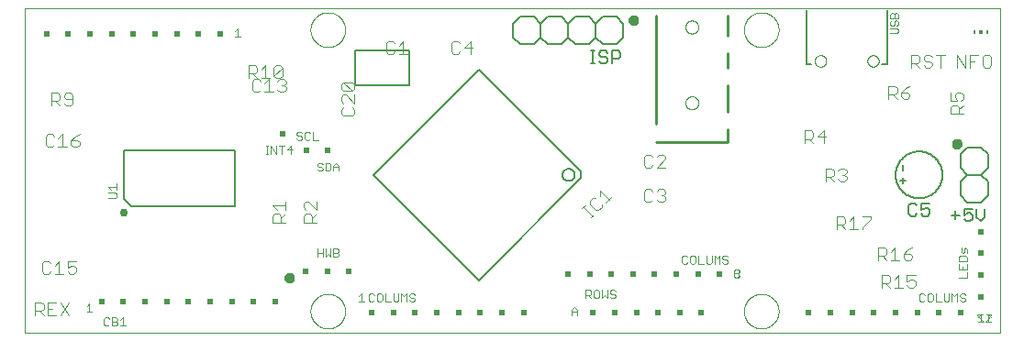
<source format=gto>
G75*
%MOIN*%
%OFA0B0*%
%FSLAX25Y25*%
%IPPOS*%
%LPD*%
%AMOC8*
5,1,8,0,0,1.08239X$1,22.5*
%
%ADD10C,0.00000*%
%ADD11C,0.00300*%
%ADD12C,0.01600*%
%ADD13C,0.00400*%
%ADD14R,0.02000X0.02000*%
%ADD15C,0.00600*%
%ADD16C,0.00500*%
%ADD17C,0.00800*%
%ADD18C,0.03000*%
%ADD19R,0.00591X0.01181*%
%ADD20R,0.01181X0.01181*%
%ADD21C,0.01000*%
%ADD22C,0.00200*%
D10*
X0001600Y0002700D02*
X0001600Y0120810D01*
X0355931Y0120810D01*
X0355931Y0002700D01*
X0001600Y0002700D01*
X0105537Y0010574D02*
X0105539Y0010732D01*
X0105545Y0010890D01*
X0105555Y0011048D01*
X0105569Y0011206D01*
X0105587Y0011363D01*
X0105608Y0011520D01*
X0105634Y0011676D01*
X0105664Y0011832D01*
X0105697Y0011987D01*
X0105735Y0012140D01*
X0105776Y0012293D01*
X0105821Y0012445D01*
X0105870Y0012596D01*
X0105923Y0012745D01*
X0105979Y0012893D01*
X0106039Y0013039D01*
X0106103Y0013184D01*
X0106171Y0013327D01*
X0106242Y0013469D01*
X0106316Y0013609D01*
X0106394Y0013746D01*
X0106476Y0013882D01*
X0106560Y0014016D01*
X0106649Y0014147D01*
X0106740Y0014276D01*
X0106835Y0014403D01*
X0106932Y0014528D01*
X0107033Y0014650D01*
X0107137Y0014769D01*
X0107244Y0014886D01*
X0107354Y0015000D01*
X0107467Y0015111D01*
X0107582Y0015220D01*
X0107700Y0015325D01*
X0107821Y0015427D01*
X0107944Y0015527D01*
X0108070Y0015623D01*
X0108198Y0015716D01*
X0108328Y0015806D01*
X0108461Y0015892D01*
X0108596Y0015976D01*
X0108732Y0016055D01*
X0108871Y0016132D01*
X0109012Y0016204D01*
X0109154Y0016274D01*
X0109298Y0016339D01*
X0109444Y0016401D01*
X0109591Y0016459D01*
X0109740Y0016514D01*
X0109890Y0016565D01*
X0110041Y0016612D01*
X0110193Y0016655D01*
X0110346Y0016694D01*
X0110501Y0016730D01*
X0110656Y0016761D01*
X0110812Y0016789D01*
X0110968Y0016813D01*
X0111125Y0016833D01*
X0111283Y0016849D01*
X0111440Y0016861D01*
X0111599Y0016869D01*
X0111757Y0016873D01*
X0111915Y0016873D01*
X0112073Y0016869D01*
X0112232Y0016861D01*
X0112389Y0016849D01*
X0112547Y0016833D01*
X0112704Y0016813D01*
X0112860Y0016789D01*
X0113016Y0016761D01*
X0113171Y0016730D01*
X0113326Y0016694D01*
X0113479Y0016655D01*
X0113631Y0016612D01*
X0113782Y0016565D01*
X0113932Y0016514D01*
X0114081Y0016459D01*
X0114228Y0016401D01*
X0114374Y0016339D01*
X0114518Y0016274D01*
X0114660Y0016204D01*
X0114801Y0016132D01*
X0114940Y0016055D01*
X0115076Y0015976D01*
X0115211Y0015892D01*
X0115344Y0015806D01*
X0115474Y0015716D01*
X0115602Y0015623D01*
X0115728Y0015527D01*
X0115851Y0015427D01*
X0115972Y0015325D01*
X0116090Y0015220D01*
X0116205Y0015111D01*
X0116318Y0015000D01*
X0116428Y0014886D01*
X0116535Y0014769D01*
X0116639Y0014650D01*
X0116740Y0014528D01*
X0116837Y0014403D01*
X0116932Y0014276D01*
X0117023Y0014147D01*
X0117112Y0014016D01*
X0117196Y0013882D01*
X0117278Y0013746D01*
X0117356Y0013609D01*
X0117430Y0013469D01*
X0117501Y0013327D01*
X0117569Y0013184D01*
X0117633Y0013039D01*
X0117693Y0012893D01*
X0117749Y0012745D01*
X0117802Y0012596D01*
X0117851Y0012445D01*
X0117896Y0012293D01*
X0117937Y0012140D01*
X0117975Y0011987D01*
X0118008Y0011832D01*
X0118038Y0011676D01*
X0118064Y0011520D01*
X0118085Y0011363D01*
X0118103Y0011206D01*
X0118117Y0011048D01*
X0118127Y0010890D01*
X0118133Y0010732D01*
X0118135Y0010574D01*
X0118133Y0010416D01*
X0118127Y0010258D01*
X0118117Y0010100D01*
X0118103Y0009942D01*
X0118085Y0009785D01*
X0118064Y0009628D01*
X0118038Y0009472D01*
X0118008Y0009316D01*
X0117975Y0009161D01*
X0117937Y0009008D01*
X0117896Y0008855D01*
X0117851Y0008703D01*
X0117802Y0008552D01*
X0117749Y0008403D01*
X0117693Y0008255D01*
X0117633Y0008109D01*
X0117569Y0007964D01*
X0117501Y0007821D01*
X0117430Y0007679D01*
X0117356Y0007539D01*
X0117278Y0007402D01*
X0117196Y0007266D01*
X0117112Y0007132D01*
X0117023Y0007001D01*
X0116932Y0006872D01*
X0116837Y0006745D01*
X0116740Y0006620D01*
X0116639Y0006498D01*
X0116535Y0006379D01*
X0116428Y0006262D01*
X0116318Y0006148D01*
X0116205Y0006037D01*
X0116090Y0005928D01*
X0115972Y0005823D01*
X0115851Y0005721D01*
X0115728Y0005621D01*
X0115602Y0005525D01*
X0115474Y0005432D01*
X0115344Y0005342D01*
X0115211Y0005256D01*
X0115076Y0005172D01*
X0114940Y0005093D01*
X0114801Y0005016D01*
X0114660Y0004944D01*
X0114518Y0004874D01*
X0114374Y0004809D01*
X0114228Y0004747D01*
X0114081Y0004689D01*
X0113932Y0004634D01*
X0113782Y0004583D01*
X0113631Y0004536D01*
X0113479Y0004493D01*
X0113326Y0004454D01*
X0113171Y0004418D01*
X0113016Y0004387D01*
X0112860Y0004359D01*
X0112704Y0004335D01*
X0112547Y0004315D01*
X0112389Y0004299D01*
X0112232Y0004287D01*
X0112073Y0004279D01*
X0111915Y0004275D01*
X0111757Y0004275D01*
X0111599Y0004279D01*
X0111440Y0004287D01*
X0111283Y0004299D01*
X0111125Y0004315D01*
X0110968Y0004335D01*
X0110812Y0004359D01*
X0110656Y0004387D01*
X0110501Y0004418D01*
X0110346Y0004454D01*
X0110193Y0004493D01*
X0110041Y0004536D01*
X0109890Y0004583D01*
X0109740Y0004634D01*
X0109591Y0004689D01*
X0109444Y0004747D01*
X0109298Y0004809D01*
X0109154Y0004874D01*
X0109012Y0004944D01*
X0108871Y0005016D01*
X0108732Y0005093D01*
X0108596Y0005172D01*
X0108461Y0005256D01*
X0108328Y0005342D01*
X0108198Y0005432D01*
X0108070Y0005525D01*
X0107944Y0005621D01*
X0107821Y0005721D01*
X0107700Y0005823D01*
X0107582Y0005928D01*
X0107467Y0006037D01*
X0107354Y0006148D01*
X0107244Y0006262D01*
X0107137Y0006379D01*
X0107033Y0006498D01*
X0106932Y0006620D01*
X0106835Y0006745D01*
X0106740Y0006872D01*
X0106649Y0007001D01*
X0106560Y0007132D01*
X0106476Y0007266D01*
X0106394Y0007402D01*
X0106316Y0007539D01*
X0106242Y0007679D01*
X0106171Y0007821D01*
X0106103Y0007964D01*
X0106039Y0008109D01*
X0105979Y0008255D01*
X0105923Y0008403D01*
X0105870Y0008552D01*
X0105821Y0008703D01*
X0105776Y0008855D01*
X0105735Y0009008D01*
X0105697Y0009161D01*
X0105664Y0009316D01*
X0105634Y0009472D01*
X0105608Y0009628D01*
X0105587Y0009785D01*
X0105569Y0009942D01*
X0105555Y0010100D01*
X0105545Y0010258D01*
X0105539Y0010416D01*
X0105537Y0010574D01*
X0263018Y0010574D02*
X0263020Y0010732D01*
X0263026Y0010890D01*
X0263036Y0011048D01*
X0263050Y0011206D01*
X0263068Y0011363D01*
X0263089Y0011520D01*
X0263115Y0011676D01*
X0263145Y0011832D01*
X0263178Y0011987D01*
X0263216Y0012140D01*
X0263257Y0012293D01*
X0263302Y0012445D01*
X0263351Y0012596D01*
X0263404Y0012745D01*
X0263460Y0012893D01*
X0263520Y0013039D01*
X0263584Y0013184D01*
X0263652Y0013327D01*
X0263723Y0013469D01*
X0263797Y0013609D01*
X0263875Y0013746D01*
X0263957Y0013882D01*
X0264041Y0014016D01*
X0264130Y0014147D01*
X0264221Y0014276D01*
X0264316Y0014403D01*
X0264413Y0014528D01*
X0264514Y0014650D01*
X0264618Y0014769D01*
X0264725Y0014886D01*
X0264835Y0015000D01*
X0264948Y0015111D01*
X0265063Y0015220D01*
X0265181Y0015325D01*
X0265302Y0015427D01*
X0265425Y0015527D01*
X0265551Y0015623D01*
X0265679Y0015716D01*
X0265809Y0015806D01*
X0265942Y0015892D01*
X0266077Y0015976D01*
X0266213Y0016055D01*
X0266352Y0016132D01*
X0266493Y0016204D01*
X0266635Y0016274D01*
X0266779Y0016339D01*
X0266925Y0016401D01*
X0267072Y0016459D01*
X0267221Y0016514D01*
X0267371Y0016565D01*
X0267522Y0016612D01*
X0267674Y0016655D01*
X0267827Y0016694D01*
X0267982Y0016730D01*
X0268137Y0016761D01*
X0268293Y0016789D01*
X0268449Y0016813D01*
X0268606Y0016833D01*
X0268764Y0016849D01*
X0268921Y0016861D01*
X0269080Y0016869D01*
X0269238Y0016873D01*
X0269396Y0016873D01*
X0269554Y0016869D01*
X0269713Y0016861D01*
X0269870Y0016849D01*
X0270028Y0016833D01*
X0270185Y0016813D01*
X0270341Y0016789D01*
X0270497Y0016761D01*
X0270652Y0016730D01*
X0270807Y0016694D01*
X0270960Y0016655D01*
X0271112Y0016612D01*
X0271263Y0016565D01*
X0271413Y0016514D01*
X0271562Y0016459D01*
X0271709Y0016401D01*
X0271855Y0016339D01*
X0271999Y0016274D01*
X0272141Y0016204D01*
X0272282Y0016132D01*
X0272421Y0016055D01*
X0272557Y0015976D01*
X0272692Y0015892D01*
X0272825Y0015806D01*
X0272955Y0015716D01*
X0273083Y0015623D01*
X0273209Y0015527D01*
X0273332Y0015427D01*
X0273453Y0015325D01*
X0273571Y0015220D01*
X0273686Y0015111D01*
X0273799Y0015000D01*
X0273909Y0014886D01*
X0274016Y0014769D01*
X0274120Y0014650D01*
X0274221Y0014528D01*
X0274318Y0014403D01*
X0274413Y0014276D01*
X0274504Y0014147D01*
X0274593Y0014016D01*
X0274677Y0013882D01*
X0274759Y0013746D01*
X0274837Y0013609D01*
X0274911Y0013469D01*
X0274982Y0013327D01*
X0275050Y0013184D01*
X0275114Y0013039D01*
X0275174Y0012893D01*
X0275230Y0012745D01*
X0275283Y0012596D01*
X0275332Y0012445D01*
X0275377Y0012293D01*
X0275418Y0012140D01*
X0275456Y0011987D01*
X0275489Y0011832D01*
X0275519Y0011676D01*
X0275545Y0011520D01*
X0275566Y0011363D01*
X0275584Y0011206D01*
X0275598Y0011048D01*
X0275608Y0010890D01*
X0275614Y0010732D01*
X0275616Y0010574D01*
X0275614Y0010416D01*
X0275608Y0010258D01*
X0275598Y0010100D01*
X0275584Y0009942D01*
X0275566Y0009785D01*
X0275545Y0009628D01*
X0275519Y0009472D01*
X0275489Y0009316D01*
X0275456Y0009161D01*
X0275418Y0009008D01*
X0275377Y0008855D01*
X0275332Y0008703D01*
X0275283Y0008552D01*
X0275230Y0008403D01*
X0275174Y0008255D01*
X0275114Y0008109D01*
X0275050Y0007964D01*
X0274982Y0007821D01*
X0274911Y0007679D01*
X0274837Y0007539D01*
X0274759Y0007402D01*
X0274677Y0007266D01*
X0274593Y0007132D01*
X0274504Y0007001D01*
X0274413Y0006872D01*
X0274318Y0006745D01*
X0274221Y0006620D01*
X0274120Y0006498D01*
X0274016Y0006379D01*
X0273909Y0006262D01*
X0273799Y0006148D01*
X0273686Y0006037D01*
X0273571Y0005928D01*
X0273453Y0005823D01*
X0273332Y0005721D01*
X0273209Y0005621D01*
X0273083Y0005525D01*
X0272955Y0005432D01*
X0272825Y0005342D01*
X0272692Y0005256D01*
X0272557Y0005172D01*
X0272421Y0005093D01*
X0272282Y0005016D01*
X0272141Y0004944D01*
X0271999Y0004874D01*
X0271855Y0004809D01*
X0271709Y0004747D01*
X0271562Y0004689D01*
X0271413Y0004634D01*
X0271263Y0004583D01*
X0271112Y0004536D01*
X0270960Y0004493D01*
X0270807Y0004454D01*
X0270652Y0004418D01*
X0270497Y0004387D01*
X0270341Y0004359D01*
X0270185Y0004335D01*
X0270028Y0004315D01*
X0269870Y0004299D01*
X0269713Y0004287D01*
X0269554Y0004279D01*
X0269396Y0004275D01*
X0269238Y0004275D01*
X0269080Y0004279D01*
X0268921Y0004287D01*
X0268764Y0004299D01*
X0268606Y0004315D01*
X0268449Y0004335D01*
X0268293Y0004359D01*
X0268137Y0004387D01*
X0267982Y0004418D01*
X0267827Y0004454D01*
X0267674Y0004493D01*
X0267522Y0004536D01*
X0267371Y0004583D01*
X0267221Y0004634D01*
X0267072Y0004689D01*
X0266925Y0004747D01*
X0266779Y0004809D01*
X0266635Y0004874D01*
X0266493Y0004944D01*
X0266352Y0005016D01*
X0266213Y0005093D01*
X0266077Y0005172D01*
X0265942Y0005256D01*
X0265809Y0005342D01*
X0265679Y0005432D01*
X0265551Y0005525D01*
X0265425Y0005621D01*
X0265302Y0005721D01*
X0265181Y0005823D01*
X0265063Y0005928D01*
X0264948Y0006037D01*
X0264835Y0006148D01*
X0264725Y0006262D01*
X0264618Y0006379D01*
X0264514Y0006498D01*
X0264413Y0006620D01*
X0264316Y0006745D01*
X0264221Y0006872D01*
X0264130Y0007001D01*
X0264041Y0007132D01*
X0263957Y0007266D01*
X0263875Y0007402D01*
X0263797Y0007539D01*
X0263723Y0007679D01*
X0263652Y0007821D01*
X0263584Y0007964D01*
X0263520Y0008109D01*
X0263460Y0008255D01*
X0263404Y0008403D01*
X0263351Y0008552D01*
X0263302Y0008703D01*
X0263257Y0008855D01*
X0263216Y0009008D01*
X0263178Y0009161D01*
X0263145Y0009316D01*
X0263115Y0009472D01*
X0263089Y0009628D01*
X0263068Y0009785D01*
X0263050Y0009942D01*
X0263036Y0010100D01*
X0263026Y0010258D01*
X0263020Y0010416D01*
X0263018Y0010574D01*
X0241738Y0086342D02*
X0241740Y0086439D01*
X0241746Y0086536D01*
X0241756Y0086632D01*
X0241770Y0086728D01*
X0241788Y0086824D01*
X0241809Y0086918D01*
X0241835Y0087012D01*
X0241864Y0087104D01*
X0241898Y0087195D01*
X0241934Y0087285D01*
X0241975Y0087373D01*
X0242019Y0087459D01*
X0242067Y0087544D01*
X0242118Y0087626D01*
X0242172Y0087707D01*
X0242230Y0087785D01*
X0242291Y0087860D01*
X0242354Y0087933D01*
X0242421Y0088004D01*
X0242491Y0088071D01*
X0242563Y0088136D01*
X0242638Y0088197D01*
X0242716Y0088256D01*
X0242795Y0088311D01*
X0242877Y0088363D01*
X0242961Y0088411D01*
X0243047Y0088456D01*
X0243135Y0088498D01*
X0243224Y0088536D01*
X0243315Y0088570D01*
X0243407Y0088600D01*
X0243500Y0088627D01*
X0243595Y0088649D01*
X0243690Y0088668D01*
X0243786Y0088683D01*
X0243882Y0088694D01*
X0243979Y0088701D01*
X0244076Y0088704D01*
X0244173Y0088703D01*
X0244270Y0088698D01*
X0244366Y0088689D01*
X0244462Y0088676D01*
X0244558Y0088659D01*
X0244653Y0088638D01*
X0244746Y0088614D01*
X0244839Y0088585D01*
X0244931Y0088553D01*
X0245021Y0088517D01*
X0245109Y0088478D01*
X0245196Y0088434D01*
X0245281Y0088388D01*
X0245364Y0088337D01*
X0245445Y0088284D01*
X0245523Y0088227D01*
X0245600Y0088167D01*
X0245673Y0088104D01*
X0245744Y0088038D01*
X0245812Y0087969D01*
X0245878Y0087897D01*
X0245940Y0087823D01*
X0245999Y0087746D01*
X0246055Y0087667D01*
X0246108Y0087585D01*
X0246158Y0087502D01*
X0246203Y0087416D01*
X0246246Y0087329D01*
X0246285Y0087240D01*
X0246320Y0087150D01*
X0246351Y0087058D01*
X0246378Y0086965D01*
X0246402Y0086871D01*
X0246422Y0086776D01*
X0246438Y0086680D01*
X0246450Y0086584D01*
X0246458Y0086487D01*
X0246462Y0086390D01*
X0246462Y0086294D01*
X0246458Y0086197D01*
X0246450Y0086100D01*
X0246438Y0086004D01*
X0246422Y0085908D01*
X0246402Y0085813D01*
X0246378Y0085719D01*
X0246351Y0085626D01*
X0246320Y0085534D01*
X0246285Y0085444D01*
X0246246Y0085355D01*
X0246203Y0085268D01*
X0246158Y0085182D01*
X0246108Y0085099D01*
X0246055Y0085017D01*
X0245999Y0084938D01*
X0245940Y0084861D01*
X0245878Y0084787D01*
X0245812Y0084715D01*
X0245744Y0084646D01*
X0245673Y0084580D01*
X0245600Y0084517D01*
X0245523Y0084457D01*
X0245445Y0084400D01*
X0245364Y0084347D01*
X0245281Y0084296D01*
X0245196Y0084250D01*
X0245109Y0084206D01*
X0245021Y0084167D01*
X0244931Y0084131D01*
X0244839Y0084099D01*
X0244746Y0084070D01*
X0244653Y0084046D01*
X0244558Y0084025D01*
X0244462Y0084008D01*
X0244366Y0083995D01*
X0244270Y0083986D01*
X0244173Y0083981D01*
X0244076Y0083980D01*
X0243979Y0083983D01*
X0243882Y0083990D01*
X0243786Y0084001D01*
X0243690Y0084016D01*
X0243595Y0084035D01*
X0243500Y0084057D01*
X0243407Y0084084D01*
X0243315Y0084114D01*
X0243224Y0084148D01*
X0243135Y0084186D01*
X0243047Y0084228D01*
X0242961Y0084273D01*
X0242877Y0084321D01*
X0242795Y0084373D01*
X0242716Y0084428D01*
X0242638Y0084487D01*
X0242563Y0084548D01*
X0242491Y0084613D01*
X0242421Y0084680D01*
X0242354Y0084751D01*
X0242291Y0084824D01*
X0242230Y0084899D01*
X0242172Y0084977D01*
X0242118Y0085058D01*
X0242067Y0085140D01*
X0242019Y0085225D01*
X0241975Y0085311D01*
X0241934Y0085399D01*
X0241898Y0085489D01*
X0241864Y0085580D01*
X0241835Y0085672D01*
X0241809Y0085766D01*
X0241788Y0085860D01*
X0241770Y0085956D01*
X0241756Y0086052D01*
X0241746Y0086148D01*
X0241740Y0086245D01*
X0241738Y0086342D01*
X0288736Y0101578D02*
X0288738Y0101669D01*
X0288744Y0101759D01*
X0288754Y0101850D01*
X0288768Y0101939D01*
X0288786Y0102028D01*
X0288807Y0102117D01*
X0288833Y0102204D01*
X0288862Y0102290D01*
X0288896Y0102374D01*
X0288932Y0102457D01*
X0288973Y0102539D01*
X0289017Y0102618D01*
X0289064Y0102696D01*
X0289115Y0102771D01*
X0289169Y0102844D01*
X0289226Y0102914D01*
X0289286Y0102982D01*
X0289349Y0103048D01*
X0289415Y0103110D01*
X0289484Y0103169D01*
X0289555Y0103226D01*
X0289629Y0103279D01*
X0289705Y0103329D01*
X0289783Y0103376D01*
X0289863Y0103419D01*
X0289944Y0103458D01*
X0290028Y0103494D01*
X0290113Y0103526D01*
X0290199Y0103555D01*
X0290286Y0103579D01*
X0290375Y0103600D01*
X0290464Y0103617D01*
X0290554Y0103630D01*
X0290644Y0103639D01*
X0290735Y0103644D01*
X0290826Y0103645D01*
X0290916Y0103642D01*
X0291007Y0103635D01*
X0291097Y0103624D01*
X0291187Y0103609D01*
X0291276Y0103590D01*
X0291364Y0103568D01*
X0291450Y0103541D01*
X0291536Y0103511D01*
X0291620Y0103477D01*
X0291703Y0103439D01*
X0291784Y0103398D01*
X0291863Y0103353D01*
X0291940Y0103304D01*
X0292014Y0103253D01*
X0292087Y0103198D01*
X0292157Y0103140D01*
X0292224Y0103079D01*
X0292288Y0103015D01*
X0292350Y0102949D01*
X0292409Y0102879D01*
X0292464Y0102808D01*
X0292517Y0102733D01*
X0292566Y0102657D01*
X0292612Y0102579D01*
X0292654Y0102498D01*
X0292693Y0102416D01*
X0292728Y0102332D01*
X0292759Y0102247D01*
X0292786Y0102160D01*
X0292810Y0102073D01*
X0292830Y0101984D01*
X0292846Y0101895D01*
X0292858Y0101805D01*
X0292866Y0101714D01*
X0292870Y0101623D01*
X0292870Y0101533D01*
X0292866Y0101442D01*
X0292858Y0101351D01*
X0292846Y0101261D01*
X0292830Y0101172D01*
X0292810Y0101083D01*
X0292786Y0100996D01*
X0292759Y0100909D01*
X0292728Y0100824D01*
X0292693Y0100740D01*
X0292654Y0100658D01*
X0292612Y0100577D01*
X0292566Y0100499D01*
X0292517Y0100423D01*
X0292464Y0100348D01*
X0292409Y0100277D01*
X0292350Y0100207D01*
X0292288Y0100141D01*
X0292224Y0100077D01*
X0292157Y0100016D01*
X0292087Y0099958D01*
X0292014Y0099903D01*
X0291940Y0099852D01*
X0291863Y0099803D01*
X0291784Y0099758D01*
X0291703Y0099717D01*
X0291620Y0099679D01*
X0291536Y0099645D01*
X0291450Y0099615D01*
X0291364Y0099588D01*
X0291276Y0099566D01*
X0291187Y0099547D01*
X0291097Y0099532D01*
X0291007Y0099521D01*
X0290916Y0099514D01*
X0290826Y0099511D01*
X0290735Y0099512D01*
X0290644Y0099517D01*
X0290554Y0099526D01*
X0290464Y0099539D01*
X0290375Y0099556D01*
X0290286Y0099577D01*
X0290199Y0099601D01*
X0290113Y0099630D01*
X0290028Y0099662D01*
X0289944Y0099698D01*
X0289863Y0099737D01*
X0289783Y0099780D01*
X0289705Y0099827D01*
X0289629Y0099877D01*
X0289555Y0099930D01*
X0289484Y0099987D01*
X0289415Y0100046D01*
X0289349Y0100108D01*
X0289286Y0100174D01*
X0289226Y0100242D01*
X0289169Y0100312D01*
X0289115Y0100385D01*
X0289064Y0100460D01*
X0289017Y0100538D01*
X0288973Y0100617D01*
X0288932Y0100699D01*
X0288896Y0100782D01*
X0288862Y0100866D01*
X0288833Y0100952D01*
X0288807Y0101039D01*
X0288786Y0101128D01*
X0288768Y0101217D01*
X0288754Y0101306D01*
X0288744Y0101397D01*
X0288738Y0101487D01*
X0288736Y0101578D01*
X0307830Y0101578D02*
X0307832Y0101669D01*
X0307838Y0101759D01*
X0307848Y0101850D01*
X0307862Y0101939D01*
X0307880Y0102028D01*
X0307901Y0102117D01*
X0307927Y0102204D01*
X0307956Y0102290D01*
X0307990Y0102374D01*
X0308026Y0102457D01*
X0308067Y0102539D01*
X0308111Y0102618D01*
X0308158Y0102696D01*
X0308209Y0102771D01*
X0308263Y0102844D01*
X0308320Y0102914D01*
X0308380Y0102982D01*
X0308443Y0103048D01*
X0308509Y0103110D01*
X0308578Y0103169D01*
X0308649Y0103226D01*
X0308723Y0103279D01*
X0308799Y0103329D01*
X0308877Y0103376D01*
X0308957Y0103419D01*
X0309038Y0103458D01*
X0309122Y0103494D01*
X0309207Y0103526D01*
X0309293Y0103555D01*
X0309380Y0103579D01*
X0309469Y0103600D01*
X0309558Y0103617D01*
X0309648Y0103630D01*
X0309738Y0103639D01*
X0309829Y0103644D01*
X0309920Y0103645D01*
X0310010Y0103642D01*
X0310101Y0103635D01*
X0310191Y0103624D01*
X0310281Y0103609D01*
X0310370Y0103590D01*
X0310458Y0103568D01*
X0310544Y0103541D01*
X0310630Y0103511D01*
X0310714Y0103477D01*
X0310797Y0103439D01*
X0310878Y0103398D01*
X0310957Y0103353D01*
X0311034Y0103304D01*
X0311108Y0103253D01*
X0311181Y0103198D01*
X0311251Y0103140D01*
X0311318Y0103079D01*
X0311382Y0103015D01*
X0311444Y0102949D01*
X0311503Y0102879D01*
X0311558Y0102808D01*
X0311611Y0102733D01*
X0311660Y0102657D01*
X0311706Y0102579D01*
X0311748Y0102498D01*
X0311787Y0102416D01*
X0311822Y0102332D01*
X0311853Y0102247D01*
X0311880Y0102160D01*
X0311904Y0102073D01*
X0311924Y0101984D01*
X0311940Y0101895D01*
X0311952Y0101805D01*
X0311960Y0101714D01*
X0311964Y0101623D01*
X0311964Y0101533D01*
X0311960Y0101442D01*
X0311952Y0101351D01*
X0311940Y0101261D01*
X0311924Y0101172D01*
X0311904Y0101083D01*
X0311880Y0100996D01*
X0311853Y0100909D01*
X0311822Y0100824D01*
X0311787Y0100740D01*
X0311748Y0100658D01*
X0311706Y0100577D01*
X0311660Y0100499D01*
X0311611Y0100423D01*
X0311558Y0100348D01*
X0311503Y0100277D01*
X0311444Y0100207D01*
X0311382Y0100141D01*
X0311318Y0100077D01*
X0311251Y0100016D01*
X0311181Y0099958D01*
X0311108Y0099903D01*
X0311034Y0099852D01*
X0310957Y0099803D01*
X0310878Y0099758D01*
X0310797Y0099717D01*
X0310714Y0099679D01*
X0310630Y0099645D01*
X0310544Y0099615D01*
X0310458Y0099588D01*
X0310370Y0099566D01*
X0310281Y0099547D01*
X0310191Y0099532D01*
X0310101Y0099521D01*
X0310010Y0099514D01*
X0309920Y0099511D01*
X0309829Y0099512D01*
X0309738Y0099517D01*
X0309648Y0099526D01*
X0309558Y0099539D01*
X0309469Y0099556D01*
X0309380Y0099577D01*
X0309293Y0099601D01*
X0309207Y0099630D01*
X0309122Y0099662D01*
X0309038Y0099698D01*
X0308957Y0099737D01*
X0308877Y0099780D01*
X0308799Y0099827D01*
X0308723Y0099877D01*
X0308649Y0099930D01*
X0308578Y0099987D01*
X0308509Y0100046D01*
X0308443Y0100108D01*
X0308380Y0100174D01*
X0308320Y0100242D01*
X0308263Y0100312D01*
X0308209Y0100385D01*
X0308158Y0100460D01*
X0308111Y0100538D01*
X0308067Y0100617D01*
X0308026Y0100699D01*
X0307990Y0100782D01*
X0307956Y0100866D01*
X0307927Y0100952D01*
X0307901Y0101039D01*
X0307880Y0101128D01*
X0307862Y0101217D01*
X0307848Y0101306D01*
X0307838Y0101397D01*
X0307832Y0101487D01*
X0307830Y0101578D01*
X0263018Y0112936D02*
X0263020Y0113094D01*
X0263026Y0113252D01*
X0263036Y0113410D01*
X0263050Y0113568D01*
X0263068Y0113725D01*
X0263089Y0113882D01*
X0263115Y0114038D01*
X0263145Y0114194D01*
X0263178Y0114349D01*
X0263216Y0114502D01*
X0263257Y0114655D01*
X0263302Y0114807D01*
X0263351Y0114958D01*
X0263404Y0115107D01*
X0263460Y0115255D01*
X0263520Y0115401D01*
X0263584Y0115546D01*
X0263652Y0115689D01*
X0263723Y0115831D01*
X0263797Y0115971D01*
X0263875Y0116108D01*
X0263957Y0116244D01*
X0264041Y0116378D01*
X0264130Y0116509D01*
X0264221Y0116638D01*
X0264316Y0116765D01*
X0264413Y0116890D01*
X0264514Y0117012D01*
X0264618Y0117131D01*
X0264725Y0117248D01*
X0264835Y0117362D01*
X0264948Y0117473D01*
X0265063Y0117582D01*
X0265181Y0117687D01*
X0265302Y0117789D01*
X0265425Y0117889D01*
X0265551Y0117985D01*
X0265679Y0118078D01*
X0265809Y0118168D01*
X0265942Y0118254D01*
X0266077Y0118338D01*
X0266213Y0118417D01*
X0266352Y0118494D01*
X0266493Y0118566D01*
X0266635Y0118636D01*
X0266779Y0118701D01*
X0266925Y0118763D01*
X0267072Y0118821D01*
X0267221Y0118876D01*
X0267371Y0118927D01*
X0267522Y0118974D01*
X0267674Y0119017D01*
X0267827Y0119056D01*
X0267982Y0119092D01*
X0268137Y0119123D01*
X0268293Y0119151D01*
X0268449Y0119175D01*
X0268606Y0119195D01*
X0268764Y0119211D01*
X0268921Y0119223D01*
X0269080Y0119231D01*
X0269238Y0119235D01*
X0269396Y0119235D01*
X0269554Y0119231D01*
X0269713Y0119223D01*
X0269870Y0119211D01*
X0270028Y0119195D01*
X0270185Y0119175D01*
X0270341Y0119151D01*
X0270497Y0119123D01*
X0270652Y0119092D01*
X0270807Y0119056D01*
X0270960Y0119017D01*
X0271112Y0118974D01*
X0271263Y0118927D01*
X0271413Y0118876D01*
X0271562Y0118821D01*
X0271709Y0118763D01*
X0271855Y0118701D01*
X0271999Y0118636D01*
X0272141Y0118566D01*
X0272282Y0118494D01*
X0272421Y0118417D01*
X0272557Y0118338D01*
X0272692Y0118254D01*
X0272825Y0118168D01*
X0272955Y0118078D01*
X0273083Y0117985D01*
X0273209Y0117889D01*
X0273332Y0117789D01*
X0273453Y0117687D01*
X0273571Y0117582D01*
X0273686Y0117473D01*
X0273799Y0117362D01*
X0273909Y0117248D01*
X0274016Y0117131D01*
X0274120Y0117012D01*
X0274221Y0116890D01*
X0274318Y0116765D01*
X0274413Y0116638D01*
X0274504Y0116509D01*
X0274593Y0116378D01*
X0274677Y0116244D01*
X0274759Y0116108D01*
X0274837Y0115971D01*
X0274911Y0115831D01*
X0274982Y0115689D01*
X0275050Y0115546D01*
X0275114Y0115401D01*
X0275174Y0115255D01*
X0275230Y0115107D01*
X0275283Y0114958D01*
X0275332Y0114807D01*
X0275377Y0114655D01*
X0275418Y0114502D01*
X0275456Y0114349D01*
X0275489Y0114194D01*
X0275519Y0114038D01*
X0275545Y0113882D01*
X0275566Y0113725D01*
X0275584Y0113568D01*
X0275598Y0113410D01*
X0275608Y0113252D01*
X0275614Y0113094D01*
X0275616Y0112936D01*
X0275614Y0112778D01*
X0275608Y0112620D01*
X0275598Y0112462D01*
X0275584Y0112304D01*
X0275566Y0112147D01*
X0275545Y0111990D01*
X0275519Y0111834D01*
X0275489Y0111678D01*
X0275456Y0111523D01*
X0275418Y0111370D01*
X0275377Y0111217D01*
X0275332Y0111065D01*
X0275283Y0110914D01*
X0275230Y0110765D01*
X0275174Y0110617D01*
X0275114Y0110471D01*
X0275050Y0110326D01*
X0274982Y0110183D01*
X0274911Y0110041D01*
X0274837Y0109901D01*
X0274759Y0109764D01*
X0274677Y0109628D01*
X0274593Y0109494D01*
X0274504Y0109363D01*
X0274413Y0109234D01*
X0274318Y0109107D01*
X0274221Y0108982D01*
X0274120Y0108860D01*
X0274016Y0108741D01*
X0273909Y0108624D01*
X0273799Y0108510D01*
X0273686Y0108399D01*
X0273571Y0108290D01*
X0273453Y0108185D01*
X0273332Y0108083D01*
X0273209Y0107983D01*
X0273083Y0107887D01*
X0272955Y0107794D01*
X0272825Y0107704D01*
X0272692Y0107618D01*
X0272557Y0107534D01*
X0272421Y0107455D01*
X0272282Y0107378D01*
X0272141Y0107306D01*
X0271999Y0107236D01*
X0271855Y0107171D01*
X0271709Y0107109D01*
X0271562Y0107051D01*
X0271413Y0106996D01*
X0271263Y0106945D01*
X0271112Y0106898D01*
X0270960Y0106855D01*
X0270807Y0106816D01*
X0270652Y0106780D01*
X0270497Y0106749D01*
X0270341Y0106721D01*
X0270185Y0106697D01*
X0270028Y0106677D01*
X0269870Y0106661D01*
X0269713Y0106649D01*
X0269554Y0106641D01*
X0269396Y0106637D01*
X0269238Y0106637D01*
X0269080Y0106641D01*
X0268921Y0106649D01*
X0268764Y0106661D01*
X0268606Y0106677D01*
X0268449Y0106697D01*
X0268293Y0106721D01*
X0268137Y0106749D01*
X0267982Y0106780D01*
X0267827Y0106816D01*
X0267674Y0106855D01*
X0267522Y0106898D01*
X0267371Y0106945D01*
X0267221Y0106996D01*
X0267072Y0107051D01*
X0266925Y0107109D01*
X0266779Y0107171D01*
X0266635Y0107236D01*
X0266493Y0107306D01*
X0266352Y0107378D01*
X0266213Y0107455D01*
X0266077Y0107534D01*
X0265942Y0107618D01*
X0265809Y0107704D01*
X0265679Y0107794D01*
X0265551Y0107887D01*
X0265425Y0107983D01*
X0265302Y0108083D01*
X0265181Y0108185D01*
X0265063Y0108290D01*
X0264948Y0108399D01*
X0264835Y0108510D01*
X0264725Y0108624D01*
X0264618Y0108741D01*
X0264514Y0108860D01*
X0264413Y0108982D01*
X0264316Y0109107D01*
X0264221Y0109234D01*
X0264130Y0109363D01*
X0264041Y0109494D01*
X0263957Y0109628D01*
X0263875Y0109764D01*
X0263797Y0109901D01*
X0263723Y0110041D01*
X0263652Y0110183D01*
X0263584Y0110326D01*
X0263520Y0110471D01*
X0263460Y0110617D01*
X0263404Y0110765D01*
X0263351Y0110914D01*
X0263302Y0111065D01*
X0263257Y0111217D01*
X0263216Y0111370D01*
X0263178Y0111523D01*
X0263145Y0111678D01*
X0263115Y0111834D01*
X0263089Y0111990D01*
X0263068Y0112147D01*
X0263050Y0112304D01*
X0263036Y0112462D01*
X0263026Y0112620D01*
X0263020Y0112778D01*
X0263018Y0112936D01*
X0241738Y0113901D02*
X0241740Y0113998D01*
X0241746Y0114095D01*
X0241756Y0114191D01*
X0241770Y0114287D01*
X0241788Y0114383D01*
X0241809Y0114477D01*
X0241835Y0114571D01*
X0241864Y0114663D01*
X0241898Y0114754D01*
X0241934Y0114844D01*
X0241975Y0114932D01*
X0242019Y0115018D01*
X0242067Y0115103D01*
X0242118Y0115185D01*
X0242172Y0115266D01*
X0242230Y0115344D01*
X0242291Y0115419D01*
X0242354Y0115492D01*
X0242421Y0115563D01*
X0242491Y0115630D01*
X0242563Y0115695D01*
X0242638Y0115756D01*
X0242716Y0115815D01*
X0242795Y0115870D01*
X0242877Y0115922D01*
X0242961Y0115970D01*
X0243047Y0116015D01*
X0243135Y0116057D01*
X0243224Y0116095D01*
X0243315Y0116129D01*
X0243407Y0116159D01*
X0243500Y0116186D01*
X0243595Y0116208D01*
X0243690Y0116227D01*
X0243786Y0116242D01*
X0243882Y0116253D01*
X0243979Y0116260D01*
X0244076Y0116263D01*
X0244173Y0116262D01*
X0244270Y0116257D01*
X0244366Y0116248D01*
X0244462Y0116235D01*
X0244558Y0116218D01*
X0244653Y0116197D01*
X0244746Y0116173D01*
X0244839Y0116144D01*
X0244931Y0116112D01*
X0245021Y0116076D01*
X0245109Y0116037D01*
X0245196Y0115993D01*
X0245281Y0115947D01*
X0245364Y0115896D01*
X0245445Y0115843D01*
X0245523Y0115786D01*
X0245600Y0115726D01*
X0245673Y0115663D01*
X0245744Y0115597D01*
X0245812Y0115528D01*
X0245878Y0115456D01*
X0245940Y0115382D01*
X0245999Y0115305D01*
X0246055Y0115226D01*
X0246108Y0115144D01*
X0246158Y0115061D01*
X0246203Y0114975D01*
X0246246Y0114888D01*
X0246285Y0114799D01*
X0246320Y0114709D01*
X0246351Y0114617D01*
X0246378Y0114524D01*
X0246402Y0114430D01*
X0246422Y0114335D01*
X0246438Y0114239D01*
X0246450Y0114143D01*
X0246458Y0114046D01*
X0246462Y0113949D01*
X0246462Y0113853D01*
X0246458Y0113756D01*
X0246450Y0113659D01*
X0246438Y0113563D01*
X0246422Y0113467D01*
X0246402Y0113372D01*
X0246378Y0113278D01*
X0246351Y0113185D01*
X0246320Y0113093D01*
X0246285Y0113003D01*
X0246246Y0112914D01*
X0246203Y0112827D01*
X0246158Y0112741D01*
X0246108Y0112658D01*
X0246055Y0112576D01*
X0245999Y0112497D01*
X0245940Y0112420D01*
X0245878Y0112346D01*
X0245812Y0112274D01*
X0245744Y0112205D01*
X0245673Y0112139D01*
X0245600Y0112076D01*
X0245523Y0112016D01*
X0245445Y0111959D01*
X0245364Y0111906D01*
X0245281Y0111855D01*
X0245196Y0111809D01*
X0245109Y0111765D01*
X0245021Y0111726D01*
X0244931Y0111690D01*
X0244839Y0111658D01*
X0244746Y0111629D01*
X0244653Y0111605D01*
X0244558Y0111584D01*
X0244462Y0111567D01*
X0244366Y0111554D01*
X0244270Y0111545D01*
X0244173Y0111540D01*
X0244076Y0111539D01*
X0243979Y0111542D01*
X0243882Y0111549D01*
X0243786Y0111560D01*
X0243690Y0111575D01*
X0243595Y0111594D01*
X0243500Y0111616D01*
X0243407Y0111643D01*
X0243315Y0111673D01*
X0243224Y0111707D01*
X0243135Y0111745D01*
X0243047Y0111787D01*
X0242961Y0111832D01*
X0242877Y0111880D01*
X0242795Y0111932D01*
X0242716Y0111987D01*
X0242638Y0112046D01*
X0242563Y0112107D01*
X0242491Y0112172D01*
X0242421Y0112239D01*
X0242354Y0112310D01*
X0242291Y0112383D01*
X0242230Y0112458D01*
X0242172Y0112536D01*
X0242118Y0112617D01*
X0242067Y0112699D01*
X0242019Y0112784D01*
X0241975Y0112870D01*
X0241934Y0112958D01*
X0241898Y0113048D01*
X0241864Y0113139D01*
X0241835Y0113231D01*
X0241809Y0113325D01*
X0241788Y0113419D01*
X0241770Y0113515D01*
X0241756Y0113611D01*
X0241746Y0113707D01*
X0241740Y0113804D01*
X0241738Y0113901D01*
X0105537Y0112936D02*
X0105539Y0113094D01*
X0105545Y0113252D01*
X0105555Y0113410D01*
X0105569Y0113568D01*
X0105587Y0113725D01*
X0105608Y0113882D01*
X0105634Y0114038D01*
X0105664Y0114194D01*
X0105697Y0114349D01*
X0105735Y0114502D01*
X0105776Y0114655D01*
X0105821Y0114807D01*
X0105870Y0114958D01*
X0105923Y0115107D01*
X0105979Y0115255D01*
X0106039Y0115401D01*
X0106103Y0115546D01*
X0106171Y0115689D01*
X0106242Y0115831D01*
X0106316Y0115971D01*
X0106394Y0116108D01*
X0106476Y0116244D01*
X0106560Y0116378D01*
X0106649Y0116509D01*
X0106740Y0116638D01*
X0106835Y0116765D01*
X0106932Y0116890D01*
X0107033Y0117012D01*
X0107137Y0117131D01*
X0107244Y0117248D01*
X0107354Y0117362D01*
X0107467Y0117473D01*
X0107582Y0117582D01*
X0107700Y0117687D01*
X0107821Y0117789D01*
X0107944Y0117889D01*
X0108070Y0117985D01*
X0108198Y0118078D01*
X0108328Y0118168D01*
X0108461Y0118254D01*
X0108596Y0118338D01*
X0108732Y0118417D01*
X0108871Y0118494D01*
X0109012Y0118566D01*
X0109154Y0118636D01*
X0109298Y0118701D01*
X0109444Y0118763D01*
X0109591Y0118821D01*
X0109740Y0118876D01*
X0109890Y0118927D01*
X0110041Y0118974D01*
X0110193Y0119017D01*
X0110346Y0119056D01*
X0110501Y0119092D01*
X0110656Y0119123D01*
X0110812Y0119151D01*
X0110968Y0119175D01*
X0111125Y0119195D01*
X0111283Y0119211D01*
X0111440Y0119223D01*
X0111599Y0119231D01*
X0111757Y0119235D01*
X0111915Y0119235D01*
X0112073Y0119231D01*
X0112232Y0119223D01*
X0112389Y0119211D01*
X0112547Y0119195D01*
X0112704Y0119175D01*
X0112860Y0119151D01*
X0113016Y0119123D01*
X0113171Y0119092D01*
X0113326Y0119056D01*
X0113479Y0119017D01*
X0113631Y0118974D01*
X0113782Y0118927D01*
X0113932Y0118876D01*
X0114081Y0118821D01*
X0114228Y0118763D01*
X0114374Y0118701D01*
X0114518Y0118636D01*
X0114660Y0118566D01*
X0114801Y0118494D01*
X0114940Y0118417D01*
X0115076Y0118338D01*
X0115211Y0118254D01*
X0115344Y0118168D01*
X0115474Y0118078D01*
X0115602Y0117985D01*
X0115728Y0117889D01*
X0115851Y0117789D01*
X0115972Y0117687D01*
X0116090Y0117582D01*
X0116205Y0117473D01*
X0116318Y0117362D01*
X0116428Y0117248D01*
X0116535Y0117131D01*
X0116639Y0117012D01*
X0116740Y0116890D01*
X0116837Y0116765D01*
X0116932Y0116638D01*
X0117023Y0116509D01*
X0117112Y0116378D01*
X0117196Y0116244D01*
X0117278Y0116108D01*
X0117356Y0115971D01*
X0117430Y0115831D01*
X0117501Y0115689D01*
X0117569Y0115546D01*
X0117633Y0115401D01*
X0117693Y0115255D01*
X0117749Y0115107D01*
X0117802Y0114958D01*
X0117851Y0114807D01*
X0117896Y0114655D01*
X0117937Y0114502D01*
X0117975Y0114349D01*
X0118008Y0114194D01*
X0118038Y0114038D01*
X0118064Y0113882D01*
X0118085Y0113725D01*
X0118103Y0113568D01*
X0118117Y0113410D01*
X0118127Y0113252D01*
X0118133Y0113094D01*
X0118135Y0112936D01*
X0118133Y0112778D01*
X0118127Y0112620D01*
X0118117Y0112462D01*
X0118103Y0112304D01*
X0118085Y0112147D01*
X0118064Y0111990D01*
X0118038Y0111834D01*
X0118008Y0111678D01*
X0117975Y0111523D01*
X0117937Y0111370D01*
X0117896Y0111217D01*
X0117851Y0111065D01*
X0117802Y0110914D01*
X0117749Y0110765D01*
X0117693Y0110617D01*
X0117633Y0110471D01*
X0117569Y0110326D01*
X0117501Y0110183D01*
X0117430Y0110041D01*
X0117356Y0109901D01*
X0117278Y0109764D01*
X0117196Y0109628D01*
X0117112Y0109494D01*
X0117023Y0109363D01*
X0116932Y0109234D01*
X0116837Y0109107D01*
X0116740Y0108982D01*
X0116639Y0108860D01*
X0116535Y0108741D01*
X0116428Y0108624D01*
X0116318Y0108510D01*
X0116205Y0108399D01*
X0116090Y0108290D01*
X0115972Y0108185D01*
X0115851Y0108083D01*
X0115728Y0107983D01*
X0115602Y0107887D01*
X0115474Y0107794D01*
X0115344Y0107704D01*
X0115211Y0107618D01*
X0115076Y0107534D01*
X0114940Y0107455D01*
X0114801Y0107378D01*
X0114660Y0107306D01*
X0114518Y0107236D01*
X0114374Y0107171D01*
X0114228Y0107109D01*
X0114081Y0107051D01*
X0113932Y0106996D01*
X0113782Y0106945D01*
X0113631Y0106898D01*
X0113479Y0106855D01*
X0113326Y0106816D01*
X0113171Y0106780D01*
X0113016Y0106749D01*
X0112860Y0106721D01*
X0112704Y0106697D01*
X0112547Y0106677D01*
X0112389Y0106661D01*
X0112232Y0106649D01*
X0112073Y0106641D01*
X0111915Y0106637D01*
X0111757Y0106637D01*
X0111599Y0106641D01*
X0111440Y0106649D01*
X0111283Y0106661D01*
X0111125Y0106677D01*
X0110968Y0106697D01*
X0110812Y0106721D01*
X0110656Y0106749D01*
X0110501Y0106780D01*
X0110346Y0106816D01*
X0110193Y0106855D01*
X0110041Y0106898D01*
X0109890Y0106945D01*
X0109740Y0106996D01*
X0109591Y0107051D01*
X0109444Y0107109D01*
X0109298Y0107171D01*
X0109154Y0107236D01*
X0109012Y0107306D01*
X0108871Y0107378D01*
X0108732Y0107455D01*
X0108596Y0107534D01*
X0108461Y0107618D01*
X0108328Y0107704D01*
X0108198Y0107794D01*
X0108070Y0107887D01*
X0107944Y0107983D01*
X0107821Y0108083D01*
X0107700Y0108185D01*
X0107582Y0108290D01*
X0107467Y0108399D01*
X0107354Y0108510D01*
X0107244Y0108624D01*
X0107137Y0108741D01*
X0107033Y0108860D01*
X0106932Y0108982D01*
X0106835Y0109107D01*
X0106740Y0109234D01*
X0106649Y0109363D01*
X0106560Y0109494D01*
X0106476Y0109628D01*
X0106394Y0109764D01*
X0106316Y0109901D01*
X0106242Y0110041D01*
X0106171Y0110183D01*
X0106103Y0110326D01*
X0106039Y0110471D01*
X0105979Y0110617D01*
X0105923Y0110765D01*
X0105870Y0110914D01*
X0105821Y0111065D01*
X0105776Y0111217D01*
X0105735Y0111370D01*
X0105697Y0111523D01*
X0105664Y0111678D01*
X0105634Y0111834D01*
X0105608Y0111990D01*
X0105587Y0112147D01*
X0105569Y0112304D01*
X0105555Y0112462D01*
X0105545Y0112620D01*
X0105539Y0112778D01*
X0105537Y0112936D01*
D11*
X0079935Y0110350D02*
X0078000Y0110350D01*
X0078967Y0110350D02*
X0078967Y0113252D01*
X0078000Y0112285D01*
X0100984Y0075752D02*
X0100500Y0075269D01*
X0100500Y0074785D01*
X0100984Y0074301D01*
X0101951Y0074301D01*
X0102435Y0073817D01*
X0102435Y0073334D01*
X0101951Y0072850D01*
X0100984Y0072850D01*
X0100500Y0073334D01*
X0103447Y0073334D02*
X0103930Y0072850D01*
X0104898Y0072850D01*
X0105381Y0073334D01*
X0106393Y0072850D02*
X0108328Y0072850D01*
X0106393Y0072850D02*
X0106393Y0075752D01*
X0105381Y0075269D02*
X0104898Y0075752D01*
X0103930Y0075752D01*
X0103447Y0075269D01*
X0103447Y0073334D01*
X0102435Y0075269D02*
X0101951Y0075752D01*
X0100984Y0075752D01*
X0098559Y0070752D02*
X0097107Y0069301D01*
X0099042Y0069301D01*
X0098559Y0067850D02*
X0098559Y0070752D01*
X0096096Y0070752D02*
X0094161Y0070752D01*
X0095128Y0070752D02*
X0095128Y0067850D01*
X0093149Y0067850D02*
X0093149Y0070752D01*
X0091214Y0070752D02*
X0093149Y0067850D01*
X0091214Y0067850D02*
X0091214Y0070752D01*
X0090217Y0070752D02*
X0089250Y0070752D01*
X0089734Y0070752D02*
X0089734Y0067850D01*
X0090217Y0067850D02*
X0089250Y0067850D01*
X0108000Y0064019D02*
X0108000Y0063535D01*
X0108484Y0063051D01*
X0109451Y0063051D01*
X0109935Y0062567D01*
X0109935Y0062084D01*
X0109451Y0061600D01*
X0108484Y0061600D01*
X0108000Y0062084D01*
X0110947Y0061600D02*
X0112398Y0061600D01*
X0112881Y0062084D01*
X0112881Y0064019D01*
X0112398Y0064502D01*
X0110947Y0064502D01*
X0110947Y0061600D01*
X0113893Y0061600D02*
X0113893Y0063535D01*
X0114861Y0064502D01*
X0115828Y0063535D01*
X0115828Y0061600D01*
X0115828Y0063051D02*
X0113893Y0063051D01*
X0109935Y0064019D02*
X0109451Y0064502D01*
X0108484Y0064502D01*
X0108000Y0064019D01*
X0108000Y0033252D02*
X0108000Y0030350D01*
X0108000Y0031801D02*
X0109935Y0031801D01*
X0109935Y0033252D02*
X0109935Y0030350D01*
X0110947Y0030350D02*
X0111914Y0031317D01*
X0112881Y0030350D01*
X0112881Y0033252D01*
X0113893Y0033252D02*
X0115344Y0033252D01*
X0115828Y0032769D01*
X0115828Y0032285D01*
X0115344Y0031801D01*
X0113893Y0031801D01*
X0113893Y0030350D02*
X0115344Y0030350D01*
X0115828Y0030834D01*
X0115828Y0031317D01*
X0115344Y0031801D01*
X0113893Y0030350D02*
X0113893Y0033252D01*
X0110947Y0033252D02*
X0110947Y0030350D01*
X0123967Y0017002D02*
X0123967Y0014100D01*
X0123000Y0014100D02*
X0124935Y0014100D01*
X0126750Y0014584D02*
X0127234Y0014100D01*
X0128201Y0014100D01*
X0128685Y0014584D01*
X0129697Y0014584D02*
X0130180Y0014100D01*
X0131148Y0014100D01*
X0131631Y0014584D01*
X0131631Y0016519D01*
X0131148Y0017002D01*
X0130180Y0017002D01*
X0129697Y0016519D01*
X0129697Y0014584D01*
X0128685Y0016519D02*
X0128201Y0017002D01*
X0127234Y0017002D01*
X0126750Y0016519D01*
X0126750Y0014584D01*
X0132643Y0014100D02*
X0134578Y0014100D01*
X0135590Y0014584D02*
X0136073Y0014100D01*
X0137041Y0014100D01*
X0137525Y0014584D01*
X0137525Y0017002D01*
X0138536Y0017002D02*
X0139504Y0016035D01*
X0140471Y0017002D01*
X0140471Y0014100D01*
X0141483Y0014584D02*
X0141966Y0014100D01*
X0142934Y0014100D01*
X0143418Y0014584D01*
X0143418Y0015067D01*
X0142934Y0015551D01*
X0141966Y0015551D01*
X0141483Y0016035D01*
X0141483Y0016519D01*
X0141966Y0017002D01*
X0142934Y0017002D01*
X0143418Y0016519D01*
X0138536Y0017002D02*
X0138536Y0014100D01*
X0135590Y0014584D02*
X0135590Y0017002D01*
X0132643Y0017002D02*
X0132643Y0014100D01*
X0123967Y0017002D02*
X0123000Y0016035D01*
X0200500Y0011035D02*
X0200500Y0009100D01*
X0200500Y0010551D02*
X0202435Y0010551D01*
X0202435Y0011035D02*
X0202435Y0009100D01*
X0202435Y0011035D02*
X0201467Y0012002D01*
X0200500Y0011035D01*
X0205500Y0015350D02*
X0205500Y0018252D01*
X0206951Y0018252D01*
X0207435Y0017769D01*
X0207435Y0016801D01*
X0206951Y0016317D01*
X0205500Y0016317D01*
X0206467Y0016317D02*
X0207435Y0015350D01*
X0208447Y0015834D02*
X0208930Y0015350D01*
X0209898Y0015350D01*
X0210381Y0015834D01*
X0210381Y0017769D01*
X0209898Y0018252D01*
X0208930Y0018252D01*
X0208447Y0017769D01*
X0208447Y0015834D01*
X0211393Y0015350D02*
X0212361Y0016317D01*
X0213328Y0015350D01*
X0213328Y0018252D01*
X0214340Y0017769D02*
X0214340Y0017285D01*
X0214823Y0016801D01*
X0215791Y0016801D01*
X0216275Y0016317D01*
X0216275Y0015834D01*
X0215791Y0015350D01*
X0214823Y0015350D01*
X0214340Y0015834D01*
X0214340Y0017769D02*
X0214823Y0018252D01*
X0215791Y0018252D01*
X0216275Y0017769D01*
X0211393Y0018252D02*
X0211393Y0015350D01*
X0240500Y0028334D02*
X0240984Y0027850D01*
X0241951Y0027850D01*
X0242435Y0028334D01*
X0243447Y0028334D02*
X0243930Y0027850D01*
X0244898Y0027850D01*
X0245381Y0028334D01*
X0245381Y0030269D01*
X0244898Y0030752D01*
X0243930Y0030752D01*
X0243447Y0030269D01*
X0243447Y0028334D01*
X0240500Y0028334D02*
X0240500Y0030269D01*
X0240984Y0030752D01*
X0241951Y0030752D01*
X0242435Y0030269D01*
X0246393Y0030752D02*
X0246393Y0027850D01*
X0248328Y0027850D01*
X0249340Y0028334D02*
X0249823Y0027850D01*
X0250791Y0027850D01*
X0251275Y0028334D01*
X0251275Y0030752D01*
X0252286Y0030752D02*
X0253254Y0029785D01*
X0254221Y0030752D01*
X0254221Y0027850D01*
X0255233Y0028334D02*
X0255716Y0027850D01*
X0256684Y0027850D01*
X0257168Y0028334D01*
X0257168Y0028817D01*
X0256684Y0029301D01*
X0255716Y0029301D01*
X0255233Y0029785D01*
X0255233Y0030269D01*
X0255716Y0030752D01*
X0256684Y0030752D01*
X0257168Y0030269D01*
X0252286Y0030752D02*
X0252286Y0027850D01*
X0249340Y0028334D02*
X0249340Y0030752D01*
X0259250Y0025269D02*
X0259250Y0024785D01*
X0259734Y0024301D01*
X0261185Y0024301D01*
X0260966Y0024301D02*
X0259515Y0024301D01*
X0259515Y0023334D02*
X0259515Y0025269D01*
X0259999Y0025752D01*
X0260966Y0025752D01*
X0261450Y0025269D01*
X0261450Y0024785D01*
X0260966Y0024301D01*
X0261185Y0023334D02*
X0261185Y0025269D01*
X0260701Y0025752D01*
X0259734Y0025752D01*
X0259250Y0025269D01*
X0259250Y0023334D02*
X0259734Y0022850D01*
X0260701Y0022850D01*
X0261185Y0023334D01*
X0261450Y0023334D02*
X0260966Y0022850D01*
X0259999Y0022850D01*
X0259515Y0023334D01*
X0326750Y0016519D02*
X0326750Y0014584D01*
X0327234Y0014100D01*
X0328201Y0014100D01*
X0328685Y0014584D01*
X0329697Y0014584D02*
X0330180Y0014100D01*
X0331148Y0014100D01*
X0331631Y0014584D01*
X0331631Y0016519D01*
X0331148Y0017002D01*
X0330180Y0017002D01*
X0329697Y0016519D01*
X0329697Y0014584D01*
X0328685Y0016519D02*
X0328201Y0017002D01*
X0327234Y0017002D01*
X0326750Y0016519D01*
X0332643Y0017002D02*
X0332643Y0014100D01*
X0334578Y0014100D01*
X0335590Y0014584D02*
X0336073Y0014100D01*
X0337041Y0014100D01*
X0337525Y0014584D01*
X0337525Y0017002D01*
X0338536Y0017002D02*
X0339504Y0016035D01*
X0340471Y0017002D01*
X0340471Y0014100D01*
X0341483Y0014584D02*
X0341966Y0014100D01*
X0342934Y0014100D01*
X0343418Y0014584D01*
X0343418Y0015067D01*
X0342934Y0015551D01*
X0341966Y0015551D01*
X0341483Y0016035D01*
X0341483Y0016519D01*
X0341966Y0017002D01*
X0342934Y0017002D01*
X0343418Y0016519D01*
X0338536Y0017002D02*
X0338536Y0014100D01*
X0335590Y0014584D02*
X0335590Y0017002D01*
X0341048Y0022850D02*
X0343950Y0022850D01*
X0343950Y0024785D01*
X0343950Y0025797D02*
X0343950Y0027731D01*
X0343950Y0028743D02*
X0343950Y0030194D01*
X0343466Y0030678D01*
X0341531Y0030678D01*
X0341048Y0030194D01*
X0341048Y0028743D01*
X0343950Y0028743D01*
X0341048Y0027731D02*
X0341048Y0025797D01*
X0343950Y0025797D01*
X0342499Y0025797D02*
X0342499Y0026764D01*
X0342499Y0031690D02*
X0342015Y0032173D01*
X0342015Y0033625D01*
X0342983Y0033141D02*
X0342983Y0032173D01*
X0342499Y0031690D01*
X0343950Y0031690D02*
X0343950Y0033141D01*
X0343466Y0033625D01*
X0342983Y0033141D01*
X0347819Y0009502D02*
X0347819Y0009019D01*
X0349753Y0007084D01*
X0349753Y0006600D01*
X0349935Y0006600D02*
X0348000Y0006600D01*
X0348967Y0006600D02*
X0348967Y0009502D01*
X0348000Y0008535D01*
X0347819Y0009502D02*
X0349753Y0009502D01*
X0350947Y0009502D02*
X0352881Y0009502D01*
X0352881Y0009019D01*
X0350947Y0007084D01*
X0350947Y0006600D01*
X0350765Y0006600D02*
X0352700Y0006600D01*
X0351733Y0006600D02*
X0351733Y0009502D01*
X0352700Y0008535D01*
X0038328Y0005350D02*
X0036393Y0005350D01*
X0037361Y0005350D02*
X0037361Y0008252D01*
X0036393Y0007285D01*
X0035381Y0007285D02*
X0034898Y0006801D01*
X0033447Y0006801D01*
X0032435Y0005834D02*
X0031951Y0005350D01*
X0030984Y0005350D01*
X0030500Y0005834D01*
X0030500Y0007769D01*
X0030984Y0008252D01*
X0031951Y0008252D01*
X0032435Y0007769D01*
X0033447Y0008252D02*
X0033447Y0005350D01*
X0034898Y0005350D01*
X0035381Y0005834D01*
X0035381Y0006317D01*
X0034898Y0006801D01*
X0035381Y0007285D02*
X0035381Y0007769D01*
X0034898Y0008252D01*
X0033447Y0008252D01*
X0026185Y0010350D02*
X0024250Y0010350D01*
X0025217Y0010350D02*
X0025217Y0013252D01*
X0024250Y0012285D01*
D12*
X0096850Y0022700D02*
X0096852Y0022763D01*
X0096858Y0022825D01*
X0096868Y0022887D01*
X0096881Y0022949D01*
X0096899Y0023009D01*
X0096920Y0023068D01*
X0096945Y0023126D01*
X0096974Y0023182D01*
X0097006Y0023236D01*
X0097041Y0023288D01*
X0097079Y0023337D01*
X0097121Y0023385D01*
X0097165Y0023429D01*
X0097213Y0023471D01*
X0097262Y0023509D01*
X0097314Y0023544D01*
X0097368Y0023576D01*
X0097424Y0023605D01*
X0097482Y0023630D01*
X0097541Y0023651D01*
X0097601Y0023669D01*
X0097663Y0023682D01*
X0097725Y0023692D01*
X0097787Y0023698D01*
X0097850Y0023700D01*
X0097913Y0023698D01*
X0097975Y0023692D01*
X0098037Y0023682D01*
X0098099Y0023669D01*
X0098159Y0023651D01*
X0098218Y0023630D01*
X0098276Y0023605D01*
X0098332Y0023576D01*
X0098386Y0023544D01*
X0098438Y0023509D01*
X0098487Y0023471D01*
X0098535Y0023429D01*
X0098579Y0023385D01*
X0098621Y0023337D01*
X0098659Y0023288D01*
X0098694Y0023236D01*
X0098726Y0023182D01*
X0098755Y0023126D01*
X0098780Y0023068D01*
X0098801Y0023009D01*
X0098819Y0022949D01*
X0098832Y0022887D01*
X0098842Y0022825D01*
X0098848Y0022763D01*
X0098850Y0022700D01*
X0098848Y0022637D01*
X0098842Y0022575D01*
X0098832Y0022513D01*
X0098819Y0022451D01*
X0098801Y0022391D01*
X0098780Y0022332D01*
X0098755Y0022274D01*
X0098726Y0022218D01*
X0098694Y0022164D01*
X0098659Y0022112D01*
X0098621Y0022063D01*
X0098579Y0022015D01*
X0098535Y0021971D01*
X0098487Y0021929D01*
X0098438Y0021891D01*
X0098386Y0021856D01*
X0098332Y0021824D01*
X0098276Y0021795D01*
X0098218Y0021770D01*
X0098159Y0021749D01*
X0098099Y0021731D01*
X0098037Y0021718D01*
X0097975Y0021708D01*
X0097913Y0021702D01*
X0097850Y0021700D01*
X0097787Y0021702D01*
X0097725Y0021708D01*
X0097663Y0021718D01*
X0097601Y0021731D01*
X0097541Y0021749D01*
X0097482Y0021770D01*
X0097424Y0021795D01*
X0097368Y0021824D01*
X0097314Y0021856D01*
X0097262Y0021891D01*
X0097213Y0021929D01*
X0097165Y0021971D01*
X0097121Y0022015D01*
X0097079Y0022063D01*
X0097041Y0022112D01*
X0097006Y0022164D01*
X0096974Y0022218D01*
X0096945Y0022274D01*
X0096920Y0022332D01*
X0096899Y0022391D01*
X0096881Y0022451D01*
X0096868Y0022513D01*
X0096858Y0022575D01*
X0096852Y0022637D01*
X0096850Y0022700D01*
X0339350Y0071450D02*
X0339352Y0071513D01*
X0339358Y0071575D01*
X0339368Y0071637D01*
X0339381Y0071699D01*
X0339399Y0071759D01*
X0339420Y0071818D01*
X0339445Y0071876D01*
X0339474Y0071932D01*
X0339506Y0071986D01*
X0339541Y0072038D01*
X0339579Y0072087D01*
X0339621Y0072135D01*
X0339665Y0072179D01*
X0339713Y0072221D01*
X0339762Y0072259D01*
X0339814Y0072294D01*
X0339868Y0072326D01*
X0339924Y0072355D01*
X0339982Y0072380D01*
X0340041Y0072401D01*
X0340101Y0072419D01*
X0340163Y0072432D01*
X0340225Y0072442D01*
X0340287Y0072448D01*
X0340350Y0072450D01*
X0340413Y0072448D01*
X0340475Y0072442D01*
X0340537Y0072432D01*
X0340599Y0072419D01*
X0340659Y0072401D01*
X0340718Y0072380D01*
X0340776Y0072355D01*
X0340832Y0072326D01*
X0340886Y0072294D01*
X0340938Y0072259D01*
X0340987Y0072221D01*
X0341035Y0072179D01*
X0341079Y0072135D01*
X0341121Y0072087D01*
X0341159Y0072038D01*
X0341194Y0071986D01*
X0341226Y0071932D01*
X0341255Y0071876D01*
X0341280Y0071818D01*
X0341301Y0071759D01*
X0341319Y0071699D01*
X0341332Y0071637D01*
X0341342Y0071575D01*
X0341348Y0071513D01*
X0341350Y0071450D01*
X0341348Y0071387D01*
X0341342Y0071325D01*
X0341332Y0071263D01*
X0341319Y0071201D01*
X0341301Y0071141D01*
X0341280Y0071082D01*
X0341255Y0071024D01*
X0341226Y0070968D01*
X0341194Y0070914D01*
X0341159Y0070862D01*
X0341121Y0070813D01*
X0341079Y0070765D01*
X0341035Y0070721D01*
X0340987Y0070679D01*
X0340938Y0070641D01*
X0340886Y0070606D01*
X0340832Y0070574D01*
X0340776Y0070545D01*
X0340718Y0070520D01*
X0340659Y0070499D01*
X0340599Y0070481D01*
X0340537Y0070468D01*
X0340475Y0070458D01*
X0340413Y0070452D01*
X0340350Y0070450D01*
X0340287Y0070452D01*
X0340225Y0070458D01*
X0340163Y0070468D01*
X0340101Y0070481D01*
X0340041Y0070499D01*
X0339982Y0070520D01*
X0339924Y0070545D01*
X0339868Y0070574D01*
X0339814Y0070606D01*
X0339762Y0070641D01*
X0339713Y0070679D01*
X0339665Y0070721D01*
X0339621Y0070765D01*
X0339579Y0070813D01*
X0339541Y0070862D01*
X0339506Y0070914D01*
X0339474Y0070968D01*
X0339445Y0071024D01*
X0339420Y0071082D01*
X0339399Y0071141D01*
X0339381Y0071201D01*
X0339368Y0071263D01*
X0339358Y0071325D01*
X0339352Y0071387D01*
X0339350Y0071450D01*
X0221850Y0116450D02*
X0221852Y0116513D01*
X0221858Y0116575D01*
X0221868Y0116637D01*
X0221881Y0116699D01*
X0221899Y0116759D01*
X0221920Y0116818D01*
X0221945Y0116876D01*
X0221974Y0116932D01*
X0222006Y0116986D01*
X0222041Y0117038D01*
X0222079Y0117087D01*
X0222121Y0117135D01*
X0222165Y0117179D01*
X0222213Y0117221D01*
X0222262Y0117259D01*
X0222314Y0117294D01*
X0222368Y0117326D01*
X0222424Y0117355D01*
X0222482Y0117380D01*
X0222541Y0117401D01*
X0222601Y0117419D01*
X0222663Y0117432D01*
X0222725Y0117442D01*
X0222787Y0117448D01*
X0222850Y0117450D01*
X0222913Y0117448D01*
X0222975Y0117442D01*
X0223037Y0117432D01*
X0223099Y0117419D01*
X0223159Y0117401D01*
X0223218Y0117380D01*
X0223276Y0117355D01*
X0223332Y0117326D01*
X0223386Y0117294D01*
X0223438Y0117259D01*
X0223487Y0117221D01*
X0223535Y0117179D01*
X0223579Y0117135D01*
X0223621Y0117087D01*
X0223659Y0117038D01*
X0223694Y0116986D01*
X0223726Y0116932D01*
X0223755Y0116876D01*
X0223780Y0116818D01*
X0223801Y0116759D01*
X0223819Y0116699D01*
X0223832Y0116637D01*
X0223842Y0116575D01*
X0223848Y0116513D01*
X0223850Y0116450D01*
X0223848Y0116387D01*
X0223842Y0116325D01*
X0223832Y0116263D01*
X0223819Y0116201D01*
X0223801Y0116141D01*
X0223780Y0116082D01*
X0223755Y0116024D01*
X0223726Y0115968D01*
X0223694Y0115914D01*
X0223659Y0115862D01*
X0223621Y0115813D01*
X0223579Y0115765D01*
X0223535Y0115721D01*
X0223487Y0115679D01*
X0223438Y0115641D01*
X0223386Y0115606D01*
X0223332Y0115574D01*
X0223276Y0115545D01*
X0223218Y0115520D01*
X0223159Y0115499D01*
X0223099Y0115481D01*
X0223037Y0115468D01*
X0222975Y0115458D01*
X0222913Y0115452D01*
X0222850Y0115450D01*
X0222787Y0115452D01*
X0222725Y0115458D01*
X0222663Y0115468D01*
X0222601Y0115481D01*
X0222541Y0115499D01*
X0222482Y0115520D01*
X0222424Y0115545D01*
X0222368Y0115574D01*
X0222314Y0115606D01*
X0222262Y0115641D01*
X0222213Y0115679D01*
X0222165Y0115721D01*
X0222121Y0115765D01*
X0222079Y0115813D01*
X0222041Y0115862D01*
X0222006Y0115914D01*
X0221974Y0115968D01*
X0221945Y0116024D01*
X0221920Y0116082D01*
X0221899Y0116141D01*
X0221881Y0116201D01*
X0221868Y0116263D01*
X0221858Y0116325D01*
X0221852Y0116387D01*
X0221850Y0116450D01*
D13*
X0164473Y0106452D02*
X0161404Y0106452D01*
X0163706Y0108754D01*
X0163706Y0104150D01*
X0159869Y0104917D02*
X0159102Y0104150D01*
X0157567Y0104150D01*
X0156800Y0104917D01*
X0156800Y0107987D01*
X0157567Y0108754D01*
X0159102Y0108754D01*
X0159869Y0107987D01*
X0140723Y0104150D02*
X0137654Y0104150D01*
X0139189Y0104150D02*
X0139189Y0108754D01*
X0137654Y0107219D01*
X0136119Y0107987D02*
X0135352Y0108754D01*
X0133817Y0108754D01*
X0133050Y0107987D01*
X0133050Y0104917D01*
X0133817Y0104150D01*
X0135352Y0104150D01*
X0136119Y0104917D01*
X0121400Y0093098D02*
X0120633Y0093865D01*
X0117563Y0093865D01*
X0120633Y0090796D01*
X0121400Y0091563D01*
X0121400Y0093098D01*
X0120633Y0090796D02*
X0117563Y0090796D01*
X0116796Y0091563D01*
X0116796Y0093098D01*
X0117563Y0093865D01*
X0117563Y0089261D02*
X0116796Y0088494D01*
X0116796Y0086959D01*
X0117563Y0086192D01*
X0117563Y0084657D02*
X0116796Y0083890D01*
X0116796Y0082356D01*
X0117563Y0081588D01*
X0120633Y0081588D01*
X0121400Y0082356D01*
X0121400Y0083890D01*
X0120633Y0084657D01*
X0121400Y0086192D02*
X0118331Y0089261D01*
X0117563Y0089261D01*
X0121400Y0089261D02*
X0121400Y0086192D01*
X0096577Y0091167D02*
X0095810Y0090400D01*
X0094275Y0090400D01*
X0093508Y0091167D01*
X0091973Y0090400D02*
X0088904Y0090400D01*
X0090439Y0090400D02*
X0090439Y0095004D01*
X0088904Y0093469D01*
X0087369Y0094237D02*
X0086602Y0095004D01*
X0085067Y0095004D01*
X0084300Y0094237D01*
X0084300Y0091167D01*
X0085067Y0090400D01*
X0086602Y0090400D01*
X0087369Y0091167D01*
X0093508Y0094237D02*
X0094275Y0095004D01*
X0095810Y0095004D01*
X0096577Y0094237D01*
X0096577Y0093469D01*
X0095810Y0092702D01*
X0096577Y0091935D01*
X0096577Y0091167D01*
X0095810Y0092702D02*
X0095042Y0092702D01*
X0094498Y0095400D02*
X0092963Y0095400D01*
X0092196Y0096167D01*
X0095265Y0099237D01*
X0095265Y0096167D01*
X0094498Y0095400D01*
X0092196Y0096167D02*
X0092196Y0099237D01*
X0092963Y0100004D01*
X0094498Y0100004D01*
X0095265Y0099237D01*
X0089127Y0100004D02*
X0087592Y0098469D01*
X0086057Y0097702D02*
X0085290Y0096935D01*
X0082988Y0096935D01*
X0084523Y0096935D02*
X0086057Y0095400D01*
X0087592Y0095400D02*
X0090661Y0095400D01*
X0089127Y0095400D02*
X0089127Y0100004D01*
X0086057Y0099237D02*
X0086057Y0097702D01*
X0086057Y0099237D02*
X0085290Y0100004D01*
X0082988Y0100004D01*
X0082988Y0095400D01*
X0019015Y0089237D02*
X0019015Y0086167D01*
X0018248Y0085400D01*
X0016713Y0085400D01*
X0015946Y0086167D01*
X0014411Y0085400D02*
X0012877Y0086935D01*
X0013644Y0086935D02*
X0011342Y0086935D01*
X0013644Y0086935D02*
X0014411Y0087702D01*
X0014411Y0089237D01*
X0013644Y0090004D01*
X0011342Y0090004D01*
X0011342Y0085400D01*
X0015946Y0088469D02*
X0016713Y0087702D01*
X0019015Y0087702D01*
X0019015Y0089237D02*
X0018248Y0090004D01*
X0016713Y0090004D01*
X0015946Y0089237D01*
X0015946Y0088469D01*
X0015439Y0075004D02*
X0015439Y0070400D01*
X0016973Y0070400D02*
X0013904Y0070400D01*
X0012369Y0071167D02*
X0011602Y0070400D01*
X0010067Y0070400D01*
X0009300Y0071167D01*
X0009300Y0074237D01*
X0010067Y0075004D01*
X0011602Y0075004D01*
X0012369Y0074237D01*
X0013904Y0073469D02*
X0015439Y0075004D01*
X0018508Y0072702D02*
X0020810Y0072702D01*
X0021577Y0071935D01*
X0021577Y0071167D01*
X0020810Y0070400D01*
X0019275Y0070400D01*
X0018508Y0071167D01*
X0018508Y0072702D01*
X0020042Y0074237D01*
X0021577Y0075004D01*
X0032047Y0055907D02*
X0035150Y0055907D01*
X0035150Y0054873D02*
X0035150Y0056941D01*
X0033082Y0054873D02*
X0032047Y0055907D01*
X0032047Y0053718D02*
X0034633Y0053718D01*
X0035150Y0053201D01*
X0035150Y0052167D01*
X0034633Y0051650D01*
X0032047Y0051650D01*
X0020327Y0028754D02*
X0017258Y0028754D01*
X0017258Y0026452D01*
X0018792Y0027219D01*
X0019560Y0027219D01*
X0020327Y0026452D01*
X0020327Y0024917D01*
X0019560Y0024150D01*
X0018025Y0024150D01*
X0017258Y0024917D01*
X0015723Y0024150D02*
X0012654Y0024150D01*
X0014189Y0024150D02*
X0014189Y0028754D01*
X0012654Y0027219D01*
X0011119Y0027987D02*
X0010352Y0028754D01*
X0008817Y0028754D01*
X0008050Y0027987D01*
X0008050Y0024917D01*
X0008817Y0024150D01*
X0010352Y0024150D01*
X0011119Y0024917D01*
X0010154Y0013754D02*
X0010154Y0009150D01*
X0013223Y0009150D01*
X0014758Y0009150D02*
X0017827Y0013754D01*
X0014758Y0013754D02*
X0017827Y0009150D01*
X0011689Y0011452D02*
X0010154Y0011452D01*
X0008619Y0011452D02*
X0007852Y0010685D01*
X0005550Y0010685D01*
X0007085Y0010685D02*
X0008619Y0009150D01*
X0008619Y0011452D02*
X0008619Y0012987D01*
X0007852Y0013754D01*
X0005550Y0013754D01*
X0005550Y0009150D01*
X0010154Y0013754D02*
X0013223Y0013754D01*
X0091796Y0042900D02*
X0091796Y0045202D01*
X0092563Y0045969D01*
X0094098Y0045969D01*
X0094865Y0045202D01*
X0094865Y0042900D01*
X0094865Y0044435D02*
X0096400Y0045969D01*
X0096400Y0047504D02*
X0096400Y0050573D01*
X0096400Y0049039D02*
X0091796Y0049039D01*
X0093331Y0047504D01*
X0091796Y0042900D02*
X0096400Y0042900D01*
X0103046Y0042900D02*
X0103046Y0045202D01*
X0103813Y0045969D01*
X0105348Y0045969D01*
X0106115Y0045202D01*
X0106115Y0042900D01*
X0106115Y0044435D02*
X0107650Y0045969D01*
X0107650Y0047504D02*
X0104581Y0050573D01*
X0103813Y0050573D01*
X0103046Y0049806D01*
X0103046Y0048271D01*
X0103813Y0047504D01*
X0107650Y0047504D02*
X0107650Y0050573D01*
X0107650Y0042900D02*
X0103046Y0042900D01*
X0204196Y0047951D02*
X0205281Y0049036D01*
X0204739Y0048493D02*
X0207994Y0045238D01*
X0207452Y0044695D02*
X0208537Y0045780D01*
X0209079Y0047408D02*
X0210164Y0047408D01*
X0211250Y0048493D01*
X0211250Y0049578D01*
X0212877Y0050121D02*
X0215048Y0052291D01*
X0213962Y0051206D02*
X0210707Y0054462D01*
X0210707Y0052291D01*
X0209079Y0051749D02*
X0207994Y0051749D01*
X0206909Y0050663D01*
X0206909Y0049578D01*
X0209079Y0047408D01*
X0226800Y0051167D02*
X0226800Y0054237D01*
X0227567Y0055004D01*
X0229102Y0055004D01*
X0229869Y0054237D01*
X0231404Y0054237D02*
X0232171Y0055004D01*
X0233706Y0055004D01*
X0234473Y0054237D01*
X0234473Y0053469D01*
X0233706Y0052702D01*
X0234473Y0051935D01*
X0234473Y0051167D01*
X0233706Y0050400D01*
X0232171Y0050400D01*
X0231404Y0051167D01*
X0229869Y0051167D02*
X0229102Y0050400D01*
X0227567Y0050400D01*
X0226800Y0051167D01*
X0232939Y0052702D02*
X0233706Y0052702D01*
X0234473Y0062900D02*
X0231404Y0062900D01*
X0234473Y0065969D01*
X0234473Y0066737D01*
X0233706Y0067504D01*
X0232171Y0067504D01*
X0231404Y0066737D01*
X0229869Y0066737D02*
X0229102Y0067504D01*
X0227567Y0067504D01*
X0226800Y0066737D01*
X0226800Y0063667D01*
X0227567Y0062900D01*
X0229102Y0062900D01*
X0229869Y0063667D01*
X0285092Y0071650D02*
X0285092Y0076254D01*
X0287394Y0076254D01*
X0288161Y0075487D01*
X0288161Y0073952D01*
X0287394Y0073185D01*
X0285092Y0073185D01*
X0286627Y0073185D02*
X0288161Y0071650D01*
X0291998Y0071650D02*
X0291998Y0076254D01*
X0289696Y0073952D01*
X0292765Y0073952D01*
X0292592Y0062504D02*
X0294894Y0062504D01*
X0295661Y0061737D01*
X0295661Y0060202D01*
X0294894Y0059435D01*
X0292592Y0059435D01*
X0294127Y0059435D02*
X0295661Y0057900D01*
X0297196Y0058667D02*
X0297963Y0057900D01*
X0299498Y0057900D01*
X0300265Y0058667D01*
X0300265Y0059435D01*
X0299498Y0060202D01*
X0298731Y0060202D01*
X0299498Y0060202D02*
X0300265Y0060969D01*
X0300265Y0061737D01*
X0299498Y0062504D01*
X0297963Y0062504D01*
X0297196Y0061737D01*
X0292592Y0062504D02*
X0292592Y0057900D01*
X0296738Y0045004D02*
X0299040Y0045004D01*
X0299807Y0044237D01*
X0299807Y0042702D01*
X0299040Y0041935D01*
X0296738Y0041935D01*
X0298273Y0041935D02*
X0299807Y0040400D01*
X0301342Y0040400D02*
X0304411Y0040400D01*
X0302877Y0040400D02*
X0302877Y0045004D01*
X0301342Y0043469D01*
X0305946Y0045004D02*
X0309015Y0045004D01*
X0309015Y0044237D01*
X0305946Y0041167D01*
X0305946Y0040400D01*
X0296738Y0040400D02*
X0296738Y0045004D01*
X0311738Y0033754D02*
X0314040Y0033754D01*
X0314807Y0032987D01*
X0314807Y0031452D01*
X0314040Y0030685D01*
X0311738Y0030685D01*
X0313273Y0030685D02*
X0314807Y0029150D01*
X0316342Y0029150D02*
X0319411Y0029150D01*
X0317877Y0029150D02*
X0317877Y0033754D01*
X0316342Y0032219D01*
X0320946Y0031452D02*
X0320946Y0029917D01*
X0321713Y0029150D01*
X0323248Y0029150D01*
X0324015Y0029917D01*
X0324015Y0030685D01*
X0323248Y0031452D01*
X0320946Y0031452D01*
X0322481Y0032987D01*
X0324015Y0033754D01*
X0311738Y0033754D02*
X0311738Y0029150D01*
X0312988Y0023754D02*
X0315290Y0023754D01*
X0316057Y0022987D01*
X0316057Y0021452D01*
X0315290Y0020685D01*
X0312988Y0020685D01*
X0314523Y0020685D02*
X0316057Y0019150D01*
X0317592Y0019150D02*
X0320661Y0019150D01*
X0319127Y0019150D02*
X0319127Y0023754D01*
X0317592Y0022219D01*
X0322196Y0021452D02*
X0323731Y0022219D01*
X0324498Y0022219D01*
X0325265Y0021452D01*
X0325265Y0019917D01*
X0324498Y0019150D01*
X0322963Y0019150D01*
X0322196Y0019917D01*
X0322196Y0021452D02*
X0322196Y0023754D01*
X0325265Y0023754D01*
X0312988Y0023754D02*
X0312988Y0019150D01*
X0338046Y0082442D02*
X0338046Y0084744D01*
X0338813Y0085511D01*
X0340348Y0085511D01*
X0341115Y0084744D01*
X0341115Y0082442D01*
X0341115Y0083977D02*
X0342650Y0085511D01*
X0341883Y0087046D02*
X0342650Y0087813D01*
X0342650Y0089348D01*
X0341883Y0090115D01*
X0340348Y0090115D01*
X0339581Y0089348D01*
X0339581Y0088581D01*
X0340348Y0087046D01*
X0338046Y0087046D01*
X0338046Y0090115D01*
X0323223Y0089435D02*
X0323223Y0088667D01*
X0322456Y0087900D01*
X0320921Y0087900D01*
X0320154Y0088667D01*
X0320154Y0090202D01*
X0322456Y0090202D01*
X0323223Y0089435D01*
X0321689Y0091737D02*
X0320154Y0090202D01*
X0318619Y0090202D02*
X0318619Y0091737D01*
X0317852Y0092504D01*
X0315550Y0092504D01*
X0315550Y0087900D01*
X0317085Y0089435D02*
X0318619Y0087900D01*
X0317852Y0089435D02*
X0315550Y0089435D01*
X0317852Y0089435D02*
X0318619Y0090202D01*
X0321689Y0091737D02*
X0323223Y0092504D01*
X0323644Y0099150D02*
X0323644Y0103754D01*
X0325946Y0103754D01*
X0326713Y0102987D01*
X0326713Y0101452D01*
X0325946Y0100685D01*
X0323644Y0100685D01*
X0325179Y0100685D02*
X0326713Y0099150D01*
X0328248Y0099917D02*
X0329015Y0099150D01*
X0330550Y0099150D01*
X0331317Y0099917D01*
X0331317Y0100685D01*
X0330550Y0101452D01*
X0329015Y0101452D01*
X0328248Y0102219D01*
X0328248Y0102987D01*
X0329015Y0103754D01*
X0330550Y0103754D01*
X0331317Y0102987D01*
X0332852Y0103754D02*
X0335921Y0103754D01*
X0334387Y0103754D02*
X0334387Y0099150D01*
X0340488Y0099150D02*
X0340488Y0103754D01*
X0343557Y0099150D01*
X0343557Y0103754D01*
X0345092Y0103754D02*
X0348161Y0103754D01*
X0349696Y0102987D02*
X0350463Y0103754D01*
X0351998Y0103754D01*
X0352765Y0102987D01*
X0352765Y0099917D01*
X0351998Y0099150D01*
X0350463Y0099150D01*
X0349696Y0099917D01*
X0349696Y0102987D01*
X0346627Y0101452D02*
X0345092Y0101452D01*
X0345092Y0099150D02*
X0345092Y0103754D01*
X0342650Y0082442D02*
X0338046Y0082442D01*
D14*
X0349100Y0039511D03*
X0349100Y0031637D03*
X0349100Y0023763D03*
X0349100Y0015889D03*
X0341659Y0010200D03*
X0333785Y0010200D03*
X0325911Y0010200D03*
X0318037Y0010200D03*
X0310163Y0010200D03*
X0302289Y0010200D03*
X0294415Y0010200D03*
X0286541Y0010200D03*
X0254159Y0023950D03*
X0246285Y0023950D03*
X0238411Y0023950D03*
X0230537Y0023950D03*
X0222663Y0023950D03*
X0214789Y0023950D03*
X0206915Y0023950D03*
X0199041Y0023950D03*
X0208165Y0010200D03*
X0216039Y0010200D03*
X0223913Y0010200D03*
X0231787Y0010200D03*
X0239661Y0010200D03*
X0247535Y0010200D03*
X0182909Y0010200D03*
X0175035Y0010200D03*
X0167161Y0010200D03*
X0159287Y0010200D03*
X0151413Y0010200D03*
X0143539Y0010200D03*
X0135665Y0010200D03*
X0127791Y0010200D03*
X0092673Y0014029D03*
X0084799Y0014029D03*
X0076925Y0014029D03*
X0069051Y0014029D03*
X0061177Y0014029D03*
X0053303Y0014029D03*
X0045429Y0014029D03*
X0037555Y0014029D03*
X0029681Y0014029D03*
X0103726Y0025200D03*
X0111600Y0025200D03*
X0119474Y0025200D03*
X0111787Y0068950D03*
X0103913Y0068950D03*
X0095350Y0075200D03*
X0072673Y0111529D03*
X0064799Y0111529D03*
X0056925Y0111529D03*
X0049051Y0111529D03*
X0041177Y0111529D03*
X0033303Y0111529D03*
X0025429Y0111529D03*
X0017555Y0111529D03*
X0009681Y0111529D03*
D15*
X0128309Y0060200D02*
X0166600Y0098491D01*
X0203689Y0061403D01*
X0203688Y0058998D01*
X0166600Y0021909D01*
X0128309Y0060200D01*
X0197139Y0060200D02*
X0197141Y0060293D01*
X0197147Y0060387D01*
X0197157Y0060479D01*
X0197171Y0060572D01*
X0197188Y0060663D01*
X0197210Y0060754D01*
X0197235Y0060844D01*
X0197265Y0060933D01*
X0197298Y0061020D01*
X0197334Y0061106D01*
X0197375Y0061190D01*
X0197418Y0061273D01*
X0197466Y0061353D01*
X0197516Y0061432D01*
X0197570Y0061508D01*
X0197627Y0061582D01*
X0197688Y0061653D01*
X0197751Y0061722D01*
X0197817Y0061788D01*
X0197886Y0061851D01*
X0197957Y0061912D01*
X0198031Y0061969D01*
X0198107Y0062023D01*
X0198186Y0062073D01*
X0198266Y0062121D01*
X0198349Y0062164D01*
X0198433Y0062205D01*
X0198519Y0062241D01*
X0198606Y0062274D01*
X0198695Y0062304D01*
X0198785Y0062329D01*
X0198876Y0062351D01*
X0198967Y0062368D01*
X0199060Y0062382D01*
X0199152Y0062392D01*
X0199246Y0062398D01*
X0199339Y0062400D01*
X0199432Y0062398D01*
X0199526Y0062392D01*
X0199618Y0062382D01*
X0199711Y0062368D01*
X0199802Y0062351D01*
X0199893Y0062329D01*
X0199983Y0062304D01*
X0200072Y0062274D01*
X0200159Y0062241D01*
X0200245Y0062205D01*
X0200329Y0062164D01*
X0200412Y0062121D01*
X0200492Y0062073D01*
X0200571Y0062023D01*
X0200647Y0061969D01*
X0200721Y0061912D01*
X0200792Y0061851D01*
X0200861Y0061788D01*
X0200927Y0061722D01*
X0200990Y0061653D01*
X0201051Y0061582D01*
X0201108Y0061508D01*
X0201162Y0061432D01*
X0201212Y0061353D01*
X0201260Y0061273D01*
X0201303Y0061190D01*
X0201344Y0061106D01*
X0201380Y0061020D01*
X0201413Y0060933D01*
X0201443Y0060844D01*
X0201468Y0060754D01*
X0201490Y0060663D01*
X0201507Y0060572D01*
X0201521Y0060479D01*
X0201531Y0060387D01*
X0201537Y0060293D01*
X0201539Y0060200D01*
X0201537Y0060107D01*
X0201531Y0060013D01*
X0201521Y0059921D01*
X0201507Y0059828D01*
X0201490Y0059737D01*
X0201468Y0059646D01*
X0201443Y0059556D01*
X0201413Y0059467D01*
X0201380Y0059380D01*
X0201344Y0059294D01*
X0201303Y0059210D01*
X0201260Y0059127D01*
X0201212Y0059047D01*
X0201162Y0058968D01*
X0201108Y0058892D01*
X0201051Y0058818D01*
X0200990Y0058747D01*
X0200927Y0058678D01*
X0200861Y0058612D01*
X0200792Y0058549D01*
X0200721Y0058488D01*
X0200647Y0058431D01*
X0200571Y0058377D01*
X0200492Y0058327D01*
X0200412Y0058279D01*
X0200329Y0058236D01*
X0200245Y0058195D01*
X0200159Y0058159D01*
X0200072Y0058126D01*
X0199983Y0058096D01*
X0199893Y0058071D01*
X0199802Y0058049D01*
X0199711Y0058032D01*
X0199618Y0058018D01*
X0199526Y0058008D01*
X0199432Y0058002D01*
X0199339Y0058000D01*
X0199246Y0058002D01*
X0199152Y0058008D01*
X0199060Y0058018D01*
X0198967Y0058032D01*
X0198876Y0058049D01*
X0198785Y0058071D01*
X0198695Y0058096D01*
X0198606Y0058126D01*
X0198519Y0058159D01*
X0198433Y0058195D01*
X0198349Y0058236D01*
X0198266Y0058279D01*
X0198186Y0058327D01*
X0198107Y0058377D01*
X0198031Y0058431D01*
X0197957Y0058488D01*
X0197886Y0058549D01*
X0197817Y0058612D01*
X0197751Y0058678D01*
X0197688Y0058747D01*
X0197627Y0058818D01*
X0197570Y0058892D01*
X0197516Y0058968D01*
X0197466Y0059047D01*
X0197418Y0059127D01*
X0197375Y0059210D01*
X0197334Y0059294D01*
X0197298Y0059380D01*
X0197265Y0059467D01*
X0197235Y0059556D01*
X0197210Y0059646D01*
X0197188Y0059737D01*
X0197171Y0059828D01*
X0197157Y0059921D01*
X0197147Y0060013D01*
X0197141Y0060107D01*
X0197139Y0060200D01*
X0319600Y0058200D02*
X0321600Y0058200D01*
X0320600Y0057200D02*
X0320600Y0059200D01*
X0320600Y0061700D02*
X0320600Y0063700D01*
X0318100Y0060200D02*
X0318103Y0060409D01*
X0318110Y0060617D01*
X0318123Y0060825D01*
X0318141Y0061033D01*
X0318164Y0061240D01*
X0318192Y0061447D01*
X0318225Y0061653D01*
X0318263Y0061858D01*
X0318307Y0062062D01*
X0318355Y0062265D01*
X0318408Y0062467D01*
X0318466Y0062667D01*
X0318529Y0062866D01*
X0318597Y0063064D01*
X0318670Y0063259D01*
X0318747Y0063453D01*
X0318829Y0063645D01*
X0318916Y0063834D01*
X0319008Y0064022D01*
X0319104Y0064207D01*
X0319204Y0064390D01*
X0319309Y0064570D01*
X0319419Y0064747D01*
X0319533Y0064922D01*
X0319651Y0065094D01*
X0319773Y0065263D01*
X0319899Y0065429D01*
X0320029Y0065592D01*
X0320164Y0065752D01*
X0320302Y0065908D01*
X0320444Y0066061D01*
X0320590Y0066210D01*
X0320739Y0066356D01*
X0320892Y0066498D01*
X0321048Y0066636D01*
X0321208Y0066771D01*
X0321371Y0066901D01*
X0321537Y0067027D01*
X0321706Y0067149D01*
X0321878Y0067267D01*
X0322053Y0067381D01*
X0322230Y0067491D01*
X0322410Y0067596D01*
X0322593Y0067696D01*
X0322778Y0067792D01*
X0322966Y0067884D01*
X0323155Y0067971D01*
X0323347Y0068053D01*
X0323541Y0068130D01*
X0323736Y0068203D01*
X0323934Y0068271D01*
X0324133Y0068334D01*
X0324333Y0068392D01*
X0324535Y0068445D01*
X0324738Y0068493D01*
X0324942Y0068537D01*
X0325147Y0068575D01*
X0325353Y0068608D01*
X0325560Y0068636D01*
X0325767Y0068659D01*
X0325975Y0068677D01*
X0326183Y0068690D01*
X0326391Y0068697D01*
X0326600Y0068700D01*
X0326809Y0068697D01*
X0327017Y0068690D01*
X0327225Y0068677D01*
X0327433Y0068659D01*
X0327640Y0068636D01*
X0327847Y0068608D01*
X0328053Y0068575D01*
X0328258Y0068537D01*
X0328462Y0068493D01*
X0328665Y0068445D01*
X0328867Y0068392D01*
X0329067Y0068334D01*
X0329266Y0068271D01*
X0329464Y0068203D01*
X0329659Y0068130D01*
X0329853Y0068053D01*
X0330045Y0067971D01*
X0330234Y0067884D01*
X0330422Y0067792D01*
X0330607Y0067696D01*
X0330790Y0067596D01*
X0330970Y0067491D01*
X0331147Y0067381D01*
X0331322Y0067267D01*
X0331494Y0067149D01*
X0331663Y0067027D01*
X0331829Y0066901D01*
X0331992Y0066771D01*
X0332152Y0066636D01*
X0332308Y0066498D01*
X0332461Y0066356D01*
X0332610Y0066210D01*
X0332756Y0066061D01*
X0332898Y0065908D01*
X0333036Y0065752D01*
X0333171Y0065592D01*
X0333301Y0065429D01*
X0333427Y0065263D01*
X0333549Y0065094D01*
X0333667Y0064922D01*
X0333781Y0064747D01*
X0333891Y0064570D01*
X0333996Y0064390D01*
X0334096Y0064207D01*
X0334192Y0064022D01*
X0334284Y0063834D01*
X0334371Y0063645D01*
X0334453Y0063453D01*
X0334530Y0063259D01*
X0334603Y0063064D01*
X0334671Y0062866D01*
X0334734Y0062667D01*
X0334792Y0062467D01*
X0334845Y0062265D01*
X0334893Y0062062D01*
X0334937Y0061858D01*
X0334975Y0061653D01*
X0335008Y0061447D01*
X0335036Y0061240D01*
X0335059Y0061033D01*
X0335077Y0060825D01*
X0335090Y0060617D01*
X0335097Y0060409D01*
X0335100Y0060200D01*
X0335097Y0059991D01*
X0335090Y0059783D01*
X0335077Y0059575D01*
X0335059Y0059367D01*
X0335036Y0059160D01*
X0335008Y0058953D01*
X0334975Y0058747D01*
X0334937Y0058542D01*
X0334893Y0058338D01*
X0334845Y0058135D01*
X0334792Y0057933D01*
X0334734Y0057733D01*
X0334671Y0057534D01*
X0334603Y0057336D01*
X0334530Y0057141D01*
X0334453Y0056947D01*
X0334371Y0056755D01*
X0334284Y0056566D01*
X0334192Y0056378D01*
X0334096Y0056193D01*
X0333996Y0056010D01*
X0333891Y0055830D01*
X0333781Y0055653D01*
X0333667Y0055478D01*
X0333549Y0055306D01*
X0333427Y0055137D01*
X0333301Y0054971D01*
X0333171Y0054808D01*
X0333036Y0054648D01*
X0332898Y0054492D01*
X0332756Y0054339D01*
X0332610Y0054190D01*
X0332461Y0054044D01*
X0332308Y0053902D01*
X0332152Y0053764D01*
X0331992Y0053629D01*
X0331829Y0053499D01*
X0331663Y0053373D01*
X0331494Y0053251D01*
X0331322Y0053133D01*
X0331147Y0053019D01*
X0330970Y0052909D01*
X0330790Y0052804D01*
X0330607Y0052704D01*
X0330422Y0052608D01*
X0330234Y0052516D01*
X0330045Y0052429D01*
X0329853Y0052347D01*
X0329659Y0052270D01*
X0329464Y0052197D01*
X0329266Y0052129D01*
X0329067Y0052066D01*
X0328867Y0052008D01*
X0328665Y0051955D01*
X0328462Y0051907D01*
X0328258Y0051863D01*
X0328053Y0051825D01*
X0327847Y0051792D01*
X0327640Y0051764D01*
X0327433Y0051741D01*
X0327225Y0051723D01*
X0327017Y0051710D01*
X0326809Y0051703D01*
X0326600Y0051700D01*
X0326391Y0051703D01*
X0326183Y0051710D01*
X0325975Y0051723D01*
X0325767Y0051741D01*
X0325560Y0051764D01*
X0325353Y0051792D01*
X0325147Y0051825D01*
X0324942Y0051863D01*
X0324738Y0051907D01*
X0324535Y0051955D01*
X0324333Y0052008D01*
X0324133Y0052066D01*
X0323934Y0052129D01*
X0323736Y0052197D01*
X0323541Y0052270D01*
X0323347Y0052347D01*
X0323155Y0052429D01*
X0322966Y0052516D01*
X0322778Y0052608D01*
X0322593Y0052704D01*
X0322410Y0052804D01*
X0322230Y0052909D01*
X0322053Y0053019D01*
X0321878Y0053133D01*
X0321706Y0053251D01*
X0321537Y0053373D01*
X0321371Y0053499D01*
X0321208Y0053629D01*
X0321048Y0053764D01*
X0320892Y0053902D01*
X0320739Y0054044D01*
X0320590Y0054190D01*
X0320444Y0054339D01*
X0320302Y0054492D01*
X0320164Y0054648D01*
X0320029Y0054808D01*
X0319899Y0054971D01*
X0319773Y0055137D01*
X0319651Y0055306D01*
X0319533Y0055478D01*
X0319419Y0055653D01*
X0319309Y0055830D01*
X0319204Y0056010D01*
X0319104Y0056193D01*
X0319008Y0056378D01*
X0318916Y0056566D01*
X0318829Y0056755D01*
X0318747Y0056947D01*
X0318670Y0057141D01*
X0318597Y0057336D01*
X0318529Y0057534D01*
X0318466Y0057733D01*
X0318408Y0057933D01*
X0318355Y0058135D01*
X0318307Y0058338D01*
X0318263Y0058542D01*
X0318225Y0058747D01*
X0318192Y0058953D01*
X0318164Y0059160D01*
X0318141Y0059367D01*
X0318123Y0059575D01*
X0318110Y0059783D01*
X0318103Y0059991D01*
X0318100Y0060200D01*
X0341600Y0057700D02*
X0341600Y0052700D01*
X0344100Y0050200D01*
X0349100Y0050200D01*
X0351600Y0052700D01*
X0351600Y0057700D01*
X0349100Y0060200D01*
X0351600Y0062700D01*
X0351600Y0067700D01*
X0349100Y0070200D01*
X0344100Y0070200D01*
X0341600Y0067700D01*
X0341600Y0062700D01*
X0344100Y0060200D01*
X0349100Y0060200D01*
X0344100Y0060200D02*
X0341600Y0057700D01*
X0219100Y0110200D02*
X0216600Y0107700D01*
X0211600Y0107700D01*
X0209100Y0110200D01*
X0206600Y0107700D01*
X0201600Y0107700D01*
X0199100Y0110200D01*
X0199100Y0115200D01*
X0201600Y0117700D01*
X0206600Y0117700D01*
X0209100Y0115200D01*
X0211600Y0117700D01*
X0216600Y0117700D01*
X0219100Y0115200D01*
X0219100Y0110200D01*
X0209100Y0110200D02*
X0209100Y0115200D01*
X0199100Y0115200D02*
X0196600Y0117700D01*
X0191600Y0117700D01*
X0189100Y0115200D01*
X0186600Y0117700D01*
X0181600Y0117700D01*
X0179100Y0115200D01*
X0179100Y0110200D01*
X0181600Y0107700D01*
X0186600Y0107700D01*
X0189100Y0110200D01*
X0189100Y0115200D01*
X0189100Y0110200D02*
X0191600Y0107700D01*
X0196600Y0107700D01*
X0199100Y0110200D01*
D16*
X0207373Y0105254D02*
X0208874Y0105254D01*
X0208123Y0105254D02*
X0208123Y0100750D01*
X0207373Y0100750D02*
X0208874Y0100750D01*
X0210442Y0101501D02*
X0211193Y0100750D01*
X0212694Y0100750D01*
X0213445Y0101501D01*
X0213445Y0102251D01*
X0212694Y0103002D01*
X0211193Y0103002D01*
X0210442Y0103753D01*
X0210442Y0104503D01*
X0211193Y0105254D01*
X0212694Y0105254D01*
X0213445Y0104503D01*
X0215046Y0105254D02*
X0217298Y0105254D01*
X0218049Y0104503D01*
X0218049Y0103002D01*
X0217298Y0102251D01*
X0215046Y0102251D01*
X0215046Y0100750D02*
X0215046Y0105254D01*
X0285586Y0100515D02*
X0287555Y0100515D01*
X0285586Y0100515D02*
X0285586Y0120200D01*
X0315114Y0120200D02*
X0315114Y0100515D01*
X0313145Y0100515D01*
X0323601Y0049704D02*
X0322850Y0048953D01*
X0322850Y0045951D01*
X0323601Y0045200D01*
X0325102Y0045200D01*
X0325853Y0045951D01*
X0327454Y0045951D02*
X0328205Y0045200D01*
X0329706Y0045200D01*
X0330456Y0045951D01*
X0330456Y0047452D01*
X0329706Y0048203D01*
X0328955Y0048203D01*
X0327454Y0047452D01*
X0327454Y0049704D01*
X0330456Y0049704D01*
X0325853Y0048953D02*
X0325102Y0049704D01*
X0323601Y0049704D01*
X0338338Y0045502D02*
X0341341Y0045502D01*
X0342942Y0045502D02*
X0344443Y0046253D01*
X0345194Y0046253D01*
X0345945Y0045502D01*
X0345945Y0044001D01*
X0345194Y0043250D01*
X0343693Y0043250D01*
X0342942Y0044001D01*
X0339839Y0044001D02*
X0339839Y0047003D01*
X0342942Y0047754D02*
X0342942Y0045502D01*
X0342942Y0047754D02*
X0345945Y0047754D01*
X0347546Y0047754D02*
X0347546Y0044751D01*
X0349047Y0043250D01*
X0350549Y0044751D01*
X0350549Y0047754D01*
X0141443Y0092651D02*
X0141443Y0105249D01*
X0121757Y0105249D01*
X0121757Y0092651D01*
X0141443Y0092651D01*
D17*
X0077929Y0069186D02*
X0037771Y0069186D01*
X0037771Y0051511D01*
X0040568Y0048714D01*
X0077929Y0048714D01*
X0077929Y0069186D01*
D18*
X0037850Y0046450D03*
D19*
X0346738Y0112041D03*
X0351462Y0112041D03*
D20*
X0349100Y0112041D03*
D21*
X0257092Y0110751D02*
X0257092Y0118231D01*
X0231108Y0118231D02*
X0231108Y0078861D01*
X0231108Y0072169D02*
X0257092Y0072169D01*
X0257092Y0076893D01*
X0257092Y0083192D02*
X0257092Y0092641D01*
X0257092Y0098940D02*
X0257092Y0104452D01*
D22*
X0316196Y0111619D02*
X0318531Y0111619D01*
X0318998Y0112086D01*
X0318998Y0113020D01*
X0318531Y0113487D01*
X0316196Y0113487D01*
X0316663Y0114382D02*
X0317130Y0114382D01*
X0317597Y0114849D01*
X0317597Y0115783D01*
X0318064Y0116250D01*
X0318531Y0116250D01*
X0318998Y0115783D01*
X0318998Y0114849D01*
X0318531Y0114382D01*
X0316663Y0114382D02*
X0316196Y0114849D01*
X0316196Y0115783D01*
X0316663Y0116250D01*
X0316196Y0117144D02*
X0316196Y0118545D01*
X0316663Y0119012D01*
X0317130Y0119012D01*
X0317597Y0118545D01*
X0317597Y0117144D01*
X0318998Y0117144D02*
X0316196Y0117144D01*
X0317597Y0118545D02*
X0318064Y0119012D01*
X0318531Y0119012D01*
X0318998Y0118545D01*
X0318998Y0117144D01*
M02*

</source>
